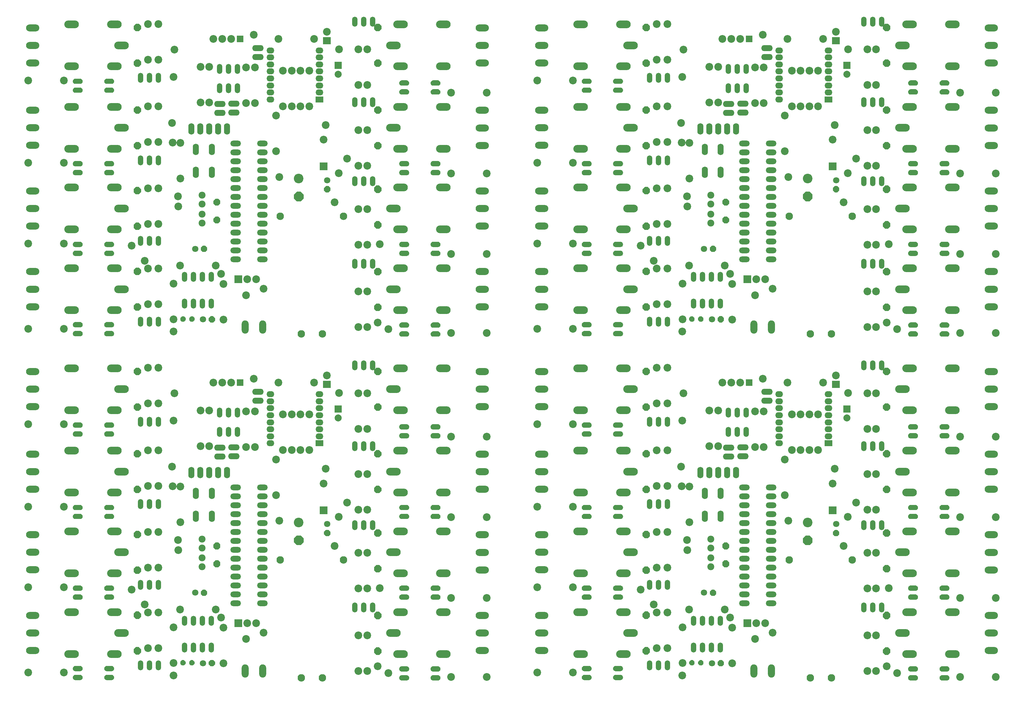
<source format=gbr>
G04 DipTrace 2.4.0.2*
%INTopMask.gbr*%
%MOIN*%
%ADD14C,0.0787*%
%ADD35R,0.0787X0.0787*%
%ADD54O,0.0784X0.1489*%
%ADD56O,0.1489X0.0784*%
%ADD58C,0.0839*%
%ADD60O,0.0866X0.0669*%
%ADD62R,0.0866X0.0669*%
%ADD64O,0.1199X0.0639*%
%ADD66R,0.0866X0.0866*%
%ADD67O,0.1639X0.0859*%
%ADD69O,0.0679X0.1279*%
%ADD71C,0.0866*%
%ADD72C,0.0709*%
%ADD73R,0.0748X0.0748*%
%ADD75O,0.1279X0.0679*%
%ADD77O,0.0599X0.1119*%
%ADD85C,0.1079*%
%ADD87C,0.0779*%
%ADD90R,0.0866X0.0787*%
%ADD92C,0.0866*%
%FSLAX44Y44*%
G04*
G70*
G90*
G75*
G01*
%LNTopMask*%
%LPD*%
D92*
X39803Y78701D3*
D90*
Y77701D3*
G36*
X39989Y60669D2*
X40197Y60877D1*
Y61170D1*
X39989Y61378D1*
X39696D1*
X39488Y61170D1*
Y60877D1*
X39696Y60669D1*
X39989D1*
G37*
D72*
X39843Y62024D3*
D87*
X25797Y59350D3*
Y60350D3*
D85*
X36654Y62205D3*
G36*
X36877Y59665D2*
X37193Y59981D1*
Y60428D1*
X36877Y60744D1*
X36430D1*
X36114Y60428D1*
Y59981D1*
X36430Y59665D1*
X36877D1*
G37*
D87*
X25797Y58225D3*
Y57225D3*
G36*
X23961Y46581D2*
X23785Y46756D1*
X23537D1*
X23362Y46581D1*
Y46333D1*
X23537Y46157D1*
X23785D1*
X23961Y46333D1*
Y46581D1*
G37*
G36*
X24961D2*
X24785Y46756D1*
X24537D1*
X24362Y46581D1*
Y46333D1*
X24537Y46157D1*
X24785D1*
X24961Y46333D1*
Y46581D1*
G37*
G36*
X26378Y54477D2*
X26170Y54685D1*
X25877D1*
X25669Y54477D1*
Y54184D1*
X25877Y53976D1*
X26170D1*
X26378Y54184D1*
Y54477D1*
G37*
D72*
X25024Y54331D3*
G36*
X27260Y46564D2*
X27052Y46772D1*
X26759D1*
X26551Y46564D1*
Y46271D1*
X26759Y46063D1*
X27052D1*
X27260Y46271D1*
Y46564D1*
G37*
D72*
X25906Y46417D3*
G36*
X18717Y74746D2*
X18963Y74992D1*
Y75339D1*
X18717Y75585D1*
X18370D1*
X18124Y75339D1*
Y74992D1*
X18370Y74746D1*
X18717D1*
G37*
G36*
Y78746D2*
X18963Y78992D1*
Y79339D1*
X18717Y79585D1*
X18370D1*
X18124Y79339D1*
Y78992D1*
X18370Y78746D1*
X18717D1*
G37*
G36*
Y65494D2*
X18963Y65740D1*
Y66087D1*
X18717Y66333D1*
X18370D1*
X18124Y66087D1*
Y65740D1*
X18370Y65494D1*
X18717D1*
G37*
G36*
Y69494D2*
X18963Y69740D1*
Y70087D1*
X18717Y70333D1*
X18370D1*
X18124Y70087D1*
Y69740D1*
X18370Y69494D1*
X18717D1*
G37*
G36*
Y56439D2*
X18963Y56685D1*
Y57032D1*
X18717Y57278D1*
X18370D1*
X18124Y57032D1*
Y56685D1*
X18370Y56439D1*
X18717D1*
G37*
G36*
Y60439D2*
X18963Y60685D1*
Y61032D1*
X18717Y61278D1*
X18370D1*
X18124Y61032D1*
Y60685D1*
X18370Y60439D1*
X18717D1*
G37*
G36*
Y47384D2*
X18963Y47629D1*
Y47977D1*
X18717Y48223D1*
X18370D1*
X18124Y47977D1*
Y47629D1*
X18370Y47384D1*
X18717D1*
G37*
G36*
Y51384D2*
X18963Y51629D1*
Y51977D1*
X18717Y52223D1*
X18370D1*
X18124Y51977D1*
Y51629D1*
X18370Y51384D1*
X18717D1*
G37*
G36*
X45338Y52191D2*
X45092Y51945D1*
Y51598D1*
X45338Y51352D1*
X45686D1*
X45931Y51598D1*
Y51945D1*
X45686Y52191D1*
X45338D1*
G37*
G36*
Y48191D2*
X45092Y47945D1*
Y47598D1*
X45338Y47352D1*
X45686D1*
X45931Y47598D1*
Y47945D1*
X45686Y48191D1*
X45338D1*
G37*
G36*
Y61443D2*
X45092Y61197D1*
Y60850D1*
X45338Y60604D1*
X45686D1*
X45931Y60850D1*
Y61197D1*
X45686Y61443D1*
X45338D1*
G37*
G36*
Y57443D2*
X45092Y57197D1*
Y56850D1*
X45338Y56604D1*
X45686D1*
X45931Y56850D1*
Y57197D1*
X45686Y57443D1*
X45338D1*
G37*
G36*
Y70333D2*
X45092Y70087D1*
Y69740D1*
X45338Y69494D1*
X45686D1*
X45931Y69740D1*
Y70087D1*
X45686Y70333D1*
X45338D1*
G37*
G36*
Y66333D2*
X45092Y66087D1*
Y65740D1*
X45338Y65494D1*
X45686D1*
X45931Y65740D1*
Y66087D1*
X45686Y66333D1*
X45338D1*
G37*
G36*
Y79585D2*
X45092Y79339D1*
Y78992D1*
X45338Y78746D1*
X45686D1*
X45931Y78992D1*
Y79339D1*
X45686Y79585D1*
X45338D1*
G37*
G36*
Y75585D2*
X45092Y75339D1*
Y74992D1*
X45338Y74746D1*
X45686D1*
X45931Y74992D1*
Y75339D1*
X45686Y75585D1*
X45338D1*
G37*
D14*
X41063Y73921D3*
D35*
Y74921D3*
D77*
X26850Y51181D3*
X25850D3*
Y48181D3*
X26850D3*
X24850Y51181D3*
X23850D3*
X24850Y48181D3*
X23850D3*
D75*
X29370Y70630D3*
Y69630D3*
D73*
X30086Y77904D3*
D71*
X29086D3*
X28086D3*
X27086D3*
D75*
X32080Y75859D3*
Y76859D3*
X27795Y70591D3*
Y69591D3*
D69*
X28622Y67795D3*
X27622D3*
X26622D3*
X25622D3*
X24622D3*
D67*
X16781Y77165D3*
X15981Y79515D3*
Y74815D3*
X11181D3*
Y79515D3*
X16781Y67913D3*
X15981Y70263D3*
Y65563D3*
X11181D3*
Y70263D3*
X16781Y58858D3*
X15981Y61208D3*
Y56508D3*
X11181D3*
Y61208D3*
X16781Y49803D3*
X15981Y52153D3*
Y47453D3*
X11181D3*
Y52153D3*
X47274Y49803D3*
X48074Y47453D3*
Y52153D3*
X52874D3*
Y47453D3*
X47274Y58858D3*
X48074Y56508D3*
Y61208D3*
X52874D3*
Y56508D3*
X47274Y67913D3*
X48074Y65563D3*
Y70263D3*
X52874D3*
Y65563D3*
X47274Y77165D3*
X48074Y74815D3*
Y79515D3*
X52874D3*
Y74815D3*
D66*
X39449Y63583D3*
D71*
Y66575D3*
G36*
X11303Y73114D2*
X11311Y73068D1*
X11325Y73023D1*
X11347Y72981D1*
X11374Y72943D1*
X11408Y72910D1*
X11446Y72882D1*
X11487Y72861D1*
X11532Y72847D1*
X11579Y72839D1*
X12146D1*
X12192Y72847D1*
X12237Y72861D1*
X12279Y72882D1*
X12317Y72910D1*
X12350Y72943D1*
X12377Y72981D1*
X12399Y73023D1*
X12413Y73068D1*
X12421Y73114D1*
Y73161D1*
X12413Y73208D1*
X12399Y73252D1*
X12377Y73294D1*
X12350Y73332D1*
X12317Y73366D1*
X12279Y73393D1*
X12237Y73414D1*
X12192Y73429D1*
X12146Y73436D1*
X11579D1*
X11532Y73429D1*
X11487Y73414D1*
X11446Y73393D1*
X11408Y73366D1*
X11374Y73332D1*
X11347Y73294D1*
X11325Y73252D1*
X11311Y73208D1*
X11303Y73161D1*
Y73114D1*
G37*
G36*
Y72114D2*
X11311Y72068D1*
X11325Y72023D1*
X11347Y71981D1*
X11374Y71943D1*
X11408Y71910D1*
X11446Y71882D1*
X11487Y71861D1*
X11532Y71847D1*
X11579Y71839D1*
X12146D1*
X12192Y71847D1*
X12237Y71861D1*
X12279Y71882D1*
X12317Y71910D1*
X12350Y71943D1*
X12377Y71981D1*
X12399Y72023D1*
X12413Y72068D1*
X12421Y72114D1*
Y72161D1*
X12413Y72208D1*
X12399Y72252D1*
X12377Y72294D1*
X12350Y72332D1*
X12317Y72366D1*
X12279Y72393D1*
X12237Y72414D1*
X12192Y72429D1*
X12146Y72436D1*
X11579D1*
X11532Y72429D1*
X11487Y72414D1*
X11446Y72393D1*
X11408Y72366D1*
X11374Y72332D1*
X11347Y72294D1*
X11325Y72252D1*
X11311Y72208D1*
X11303Y72161D1*
Y72114D1*
G37*
G36*
X15941Y72161D2*
X15933Y72208D1*
X15919Y72252D1*
X15897Y72294D1*
X15870Y72332D1*
X15837Y72366D1*
X15799Y72393D1*
X15757Y72414D1*
X15712Y72429D1*
X15666Y72436D1*
X15099D1*
X15052Y72429D1*
X15007Y72414D1*
X14966Y72393D1*
X14928Y72366D1*
X14894Y72332D1*
X14867Y72294D1*
X14845Y72252D1*
X14831Y72208D1*
X14823Y72161D1*
Y72114D1*
X14831Y72068D1*
X14845Y72023D1*
X14867Y71981D1*
X14894Y71943D1*
X14928Y71910D1*
X14966Y71882D1*
X15007Y71861D1*
X15052Y71847D1*
X15099Y71839D1*
X15666D1*
X15712Y71847D1*
X15757Y71861D1*
X15799Y71882D1*
X15837Y71910D1*
X15870Y71943D1*
X15897Y71981D1*
X15919Y72023D1*
X15933Y72068D1*
X15941Y72114D1*
Y72161D1*
G37*
G36*
Y73161D2*
X15933Y73208D1*
X15919Y73252D1*
X15897Y73294D1*
X15870Y73332D1*
X15837Y73366D1*
X15799Y73393D1*
X15757Y73414D1*
X15712Y73429D1*
X15666Y73436D1*
X15099D1*
X15052Y73429D1*
X15007Y73414D1*
X14966Y73393D1*
X14928Y73366D1*
X14894Y73332D1*
X14867Y73294D1*
X14845Y73252D1*
X14831Y73208D1*
X14823Y73161D1*
Y73114D1*
X14831Y73068D1*
X14845Y73023D1*
X14867Y72981D1*
X14894Y72943D1*
X14928Y72910D1*
X14966Y72882D1*
X15007Y72861D1*
X15052Y72847D1*
X15099Y72839D1*
X15666D1*
X15712Y72847D1*
X15757Y72861D1*
X15799Y72882D1*
X15837Y72910D1*
X15870Y72943D1*
X15897Y72981D1*
X15919Y73023D1*
X15933Y73068D1*
X15941Y73114D1*
Y73161D1*
G37*
G36*
X11303Y63862D2*
X11311Y63816D1*
X11325Y63771D1*
X11347Y63729D1*
X11374Y63691D1*
X11408Y63658D1*
X11446Y63630D1*
X11487Y63609D1*
X11532Y63595D1*
X11579Y63587D1*
X12146D1*
X12192Y63595D1*
X12237Y63609D1*
X12279Y63630D1*
X12317Y63658D1*
X12350Y63691D1*
X12377Y63729D1*
X12399Y63771D1*
X12413Y63816D1*
X12421Y63862D1*
Y63909D1*
X12413Y63956D1*
X12399Y64000D1*
X12377Y64042D1*
X12350Y64080D1*
X12317Y64114D1*
X12279Y64141D1*
X12237Y64163D1*
X12192Y64177D1*
X12146Y64184D1*
X11579D1*
X11532Y64177D1*
X11487Y64163D1*
X11446Y64141D1*
X11408Y64114D1*
X11374Y64080D1*
X11347Y64042D1*
X11325Y64000D1*
X11311Y63956D1*
X11303Y63909D1*
Y63862D1*
G37*
G36*
Y62862D2*
X11311Y62816D1*
X11325Y62771D1*
X11347Y62729D1*
X11374Y62691D1*
X11408Y62658D1*
X11446Y62630D1*
X11487Y62609D1*
X11532Y62595D1*
X11579Y62587D1*
X12146D1*
X12192Y62595D1*
X12237Y62609D1*
X12279Y62630D1*
X12317Y62658D1*
X12350Y62691D1*
X12377Y62729D1*
X12399Y62771D1*
X12413Y62816D1*
X12421Y62862D1*
Y62909D1*
X12413Y62956D1*
X12399Y63000D1*
X12377Y63042D1*
X12350Y63080D1*
X12317Y63114D1*
X12279Y63141D1*
X12237Y63163D1*
X12192Y63177D1*
X12146Y63184D1*
X11579D1*
X11532Y63177D1*
X11487Y63163D1*
X11446Y63141D1*
X11408Y63114D1*
X11374Y63080D1*
X11347Y63042D1*
X11325Y63000D1*
X11311Y62956D1*
X11303Y62909D1*
Y62862D1*
G37*
G36*
X15941Y62909D2*
X15933Y62956D1*
X15919Y63000D1*
X15897Y63042D1*
X15870Y63080D1*
X15837Y63114D1*
X15799Y63141D1*
X15757Y63163D1*
X15712Y63177D1*
X15666Y63184D1*
X15099D1*
X15052Y63177D1*
X15007Y63163D1*
X14966Y63141D1*
X14928Y63114D1*
X14894Y63080D1*
X14867Y63042D1*
X14845Y63000D1*
X14831Y62956D1*
X14823Y62909D1*
Y62862D1*
X14831Y62816D1*
X14845Y62771D1*
X14867Y62729D1*
X14894Y62691D1*
X14928Y62658D1*
X14966Y62630D1*
X15007Y62609D1*
X15052Y62595D1*
X15099Y62587D1*
X15666D1*
X15712Y62595D1*
X15757Y62609D1*
X15799Y62630D1*
X15837Y62658D1*
X15870Y62691D1*
X15897Y62729D1*
X15919Y62771D1*
X15933Y62816D1*
X15941Y62862D1*
Y62909D1*
G37*
G36*
Y63909D2*
X15933Y63956D1*
X15919Y64000D1*
X15897Y64042D1*
X15870Y64080D1*
X15837Y64114D1*
X15799Y64141D1*
X15757Y64163D1*
X15712Y64177D1*
X15666Y64184D1*
X15099D1*
X15052Y64177D1*
X15007Y64163D1*
X14966Y64141D1*
X14928Y64114D1*
X14894Y64080D1*
X14867Y64042D1*
X14845Y64000D1*
X14831Y63956D1*
X14823Y63909D1*
Y63862D1*
X14831Y63816D1*
X14845Y63771D1*
X14867Y63729D1*
X14894Y63691D1*
X14928Y63658D1*
X14966Y63630D1*
X15007Y63609D1*
X15052Y63595D1*
X15099Y63587D1*
X15666D1*
X15712Y63595D1*
X15757Y63609D1*
X15799Y63630D1*
X15837Y63658D1*
X15870Y63691D1*
X15897Y63729D1*
X15919Y63771D1*
X15933Y63816D1*
X15941Y63862D1*
Y63909D1*
G37*
G36*
X11303Y54807D2*
X11311Y54761D1*
X11325Y54716D1*
X11347Y54674D1*
X11374Y54636D1*
X11408Y54603D1*
X11446Y54575D1*
X11487Y54554D1*
X11532Y54539D1*
X11579Y54532D1*
X12146D1*
X12192Y54539D1*
X12237Y54554D1*
X12279Y54575D1*
X12317Y54603D1*
X12350Y54636D1*
X12377Y54674D1*
X12399Y54716D1*
X12413Y54761D1*
X12421Y54807D1*
Y54854D1*
X12413Y54901D1*
X12399Y54945D1*
X12377Y54987D1*
X12350Y55025D1*
X12317Y55058D1*
X12279Y55086D1*
X12237Y55107D1*
X12192Y55122D1*
X12146Y55129D1*
X11579D1*
X11532Y55122D1*
X11487Y55107D1*
X11446Y55086D1*
X11408Y55058D1*
X11374Y55025D1*
X11347Y54987D1*
X11325Y54945D1*
X11311Y54901D1*
X11303Y54854D1*
Y54807D1*
G37*
G36*
Y53807D2*
X11311Y53761D1*
X11325Y53716D1*
X11347Y53674D1*
X11374Y53636D1*
X11408Y53603D1*
X11446Y53575D1*
X11487Y53554D1*
X11532Y53539D1*
X11579Y53532D1*
X12146D1*
X12192Y53539D1*
X12237Y53554D1*
X12279Y53575D1*
X12317Y53603D1*
X12350Y53636D1*
X12377Y53674D1*
X12399Y53716D1*
X12413Y53761D1*
X12421Y53807D1*
Y53854D1*
X12413Y53901D1*
X12399Y53945D1*
X12377Y53987D1*
X12350Y54025D1*
X12317Y54058D1*
X12279Y54086D1*
X12237Y54107D1*
X12192Y54122D1*
X12146Y54129D1*
X11579D1*
X11532Y54122D1*
X11487Y54107D1*
X11446Y54086D1*
X11408Y54058D1*
X11374Y54025D1*
X11347Y53987D1*
X11325Y53945D1*
X11311Y53901D1*
X11303Y53854D1*
Y53807D1*
G37*
G36*
X15941Y53854D2*
X15933Y53901D1*
X15919Y53945D1*
X15897Y53987D1*
X15870Y54025D1*
X15837Y54058D1*
X15799Y54086D1*
X15757Y54107D1*
X15712Y54122D1*
X15666Y54129D1*
X15099D1*
X15052Y54122D1*
X15007Y54107D1*
X14966Y54086D1*
X14928Y54058D1*
X14894Y54025D1*
X14867Y53987D1*
X14845Y53945D1*
X14831Y53901D1*
X14823Y53854D1*
Y53807D1*
X14831Y53761D1*
X14845Y53716D1*
X14867Y53674D1*
X14894Y53636D1*
X14928Y53603D1*
X14966Y53575D1*
X15007Y53554D1*
X15052Y53539D1*
X15099Y53532D1*
X15666D1*
X15712Y53539D1*
X15757Y53554D1*
X15799Y53575D1*
X15837Y53603D1*
X15870Y53636D1*
X15897Y53674D1*
X15919Y53716D1*
X15933Y53761D1*
X15941Y53807D1*
Y53854D1*
G37*
G36*
Y54854D2*
X15933Y54901D1*
X15919Y54945D1*
X15897Y54987D1*
X15870Y55025D1*
X15837Y55058D1*
X15799Y55086D1*
X15757Y55107D1*
X15712Y55122D1*
X15666Y55129D1*
X15099D1*
X15052Y55122D1*
X15007Y55107D1*
X14966Y55086D1*
X14928Y55058D1*
X14894Y55025D1*
X14867Y54987D1*
X14845Y54945D1*
X14831Y54901D1*
X14823Y54854D1*
Y54807D1*
X14831Y54761D1*
X14845Y54716D1*
X14867Y54674D1*
X14894Y54636D1*
X14928Y54603D1*
X14966Y54575D1*
X15007Y54554D1*
X15052Y54539D1*
X15099Y54532D1*
X15666D1*
X15712Y54539D1*
X15757Y54554D1*
X15799Y54575D1*
X15837Y54603D1*
X15870Y54636D1*
X15897Y54674D1*
X15919Y54716D1*
X15933Y54761D1*
X15941Y54807D1*
Y54854D1*
G37*
G36*
X11303Y45791D2*
X11311Y45745D1*
X11325Y45700D1*
X11347Y45658D1*
X11374Y45620D1*
X11408Y45587D1*
X11446Y45560D1*
X11487Y45538D1*
X11532Y45524D1*
X11579Y45516D1*
X12146D1*
X12192Y45524D1*
X12237Y45538D1*
X12279Y45560D1*
X12317Y45587D1*
X12350Y45620D1*
X12377Y45658D1*
X12399Y45700D1*
X12413Y45745D1*
X12421Y45791D1*
Y45838D1*
X12413Y45885D1*
X12399Y45930D1*
X12377Y45971D1*
X12350Y46009D1*
X12317Y46043D1*
X12279Y46070D1*
X12237Y46092D1*
X12192Y46106D1*
X12146Y46114D1*
X11579D1*
X11532Y46106D1*
X11487Y46092D1*
X11446Y46070D1*
X11408Y46043D1*
X11374Y46009D1*
X11347Y45971D1*
X11325Y45930D1*
X11311Y45885D1*
X11303Y45838D1*
Y45791D1*
G37*
G36*
Y44791D2*
X11311Y44745D1*
X11325Y44700D1*
X11347Y44658D1*
X11374Y44620D1*
X11408Y44587D1*
X11446Y44560D1*
X11487Y44538D1*
X11532Y44524D1*
X11579Y44516D1*
X12146D1*
X12192Y44524D1*
X12237Y44538D1*
X12279Y44560D1*
X12317Y44587D1*
X12350Y44620D1*
X12377Y44658D1*
X12399Y44700D1*
X12413Y44745D1*
X12421Y44791D1*
Y44838D1*
X12413Y44885D1*
X12399Y44930D1*
X12377Y44971D1*
X12350Y45009D1*
X12317Y45043D1*
X12279Y45070D1*
X12237Y45092D1*
X12192Y45106D1*
X12146Y45114D1*
X11579D1*
X11532Y45106D1*
X11487Y45092D1*
X11446Y45070D1*
X11408Y45043D1*
X11374Y45009D1*
X11347Y44971D1*
X11325Y44930D1*
X11311Y44885D1*
X11303Y44838D1*
Y44791D1*
G37*
G36*
X15941Y44838D2*
X15933Y44885D1*
X15919Y44930D1*
X15897Y44971D1*
X15870Y45009D1*
X15837Y45043D1*
X15799Y45070D1*
X15757Y45092D1*
X15712Y45106D1*
X15666Y45114D1*
X15099D1*
X15052Y45106D1*
X15007Y45092D1*
X14966Y45070D1*
X14928Y45043D1*
X14894Y45009D1*
X14867Y44971D1*
X14845Y44930D1*
X14831Y44885D1*
X14823Y44838D1*
Y44791D1*
X14831Y44745D1*
X14845Y44700D1*
X14867Y44658D1*
X14894Y44620D1*
X14928Y44587D1*
X14966Y44560D1*
X15007Y44538D1*
X15052Y44524D1*
X15099Y44516D1*
X15666D1*
X15712Y44524D1*
X15757Y44538D1*
X15799Y44560D1*
X15837Y44587D1*
X15870Y44620D1*
X15897Y44658D1*
X15919Y44700D1*
X15933Y44745D1*
X15941Y44791D1*
Y44838D1*
G37*
G36*
Y45838D2*
X15933Y45885D1*
X15919Y45930D1*
X15897Y45971D1*
X15870Y46009D1*
X15837Y46043D1*
X15799Y46070D1*
X15757Y46092D1*
X15712Y46106D1*
X15666Y46114D1*
X15099D1*
X15052Y46106D1*
X15007Y46092D1*
X14966Y46070D1*
X14928Y46043D1*
X14894Y46009D1*
X14867Y45971D1*
X14845Y45930D1*
X14831Y45885D1*
X14823Y45838D1*
Y45791D1*
X14831Y45745D1*
X14845Y45700D1*
X14867Y45658D1*
X14894Y45620D1*
X14928Y45587D1*
X14966Y45560D1*
X15007Y45538D1*
X15052Y45524D1*
X15099Y45516D1*
X15666D1*
X15712Y45524D1*
X15757Y45538D1*
X15799Y45560D1*
X15837Y45587D1*
X15870Y45620D1*
X15897Y45658D1*
X15919Y45700D1*
X15933Y45745D1*
X15941Y45791D1*
Y45838D1*
G37*
G36*
X52555Y44799D2*
X52547Y44846D1*
X52533Y44890D1*
X52512Y44932D1*
X52484Y44970D1*
X52451Y45003D1*
X52413Y45031D1*
X52371Y45052D1*
X52326Y45067D1*
X52280Y45074D1*
X51713D1*
X51666Y45067D1*
X51622Y45052D1*
X51580Y45031D1*
X51542Y45003D1*
X51508Y44970D1*
X51481Y44932D1*
X51460Y44890D1*
X51445Y44846D1*
X51438Y44799D1*
Y44752D1*
X51445Y44706D1*
X51460Y44661D1*
X51481Y44619D1*
X51508Y44581D1*
X51542Y44548D1*
X51580Y44520D1*
X51622Y44499D1*
X51666Y44484D1*
X51713Y44477D1*
X52280D1*
X52326Y44484D1*
X52371Y44499D1*
X52413Y44520D1*
X52451Y44548D1*
X52484Y44581D1*
X52512Y44619D1*
X52533Y44661D1*
X52547Y44706D1*
X52555Y44752D1*
Y44799D1*
G37*
G36*
Y45799D2*
X52547Y45846D1*
X52533Y45890D1*
X52512Y45932D1*
X52484Y45970D1*
X52451Y46003D1*
X52413Y46031D1*
X52371Y46052D1*
X52326Y46067D1*
X52280Y46074D1*
X51713D1*
X51666Y46067D1*
X51622Y46052D1*
X51580Y46031D1*
X51542Y46003D1*
X51508Y45970D1*
X51481Y45932D1*
X51460Y45890D1*
X51445Y45846D1*
X51438Y45799D1*
Y45752D1*
X51445Y45706D1*
X51460Y45661D1*
X51481Y45619D1*
X51508Y45581D1*
X51542Y45548D1*
X51580Y45520D1*
X51622Y45499D1*
X51666Y45484D1*
X51713Y45477D1*
X52280D1*
X52326Y45484D1*
X52371Y45499D1*
X52413Y45520D1*
X52451Y45548D1*
X52484Y45581D1*
X52512Y45619D1*
X52533Y45661D1*
X52547Y45706D1*
X52555Y45752D1*
Y45799D1*
G37*
G36*
X47918Y45752D2*
X47925Y45706D1*
X47940Y45661D1*
X47961Y45619D1*
X47988Y45581D1*
X48022Y45548D1*
X48060Y45520D1*
X48102Y45499D1*
X48146Y45484D1*
X48193Y45477D1*
X48760D1*
X48806Y45484D1*
X48851Y45499D1*
X48893Y45520D1*
X48931Y45548D1*
X48964Y45581D1*
X48992Y45619D1*
X49013Y45661D1*
X49027Y45706D1*
X49035Y45752D1*
Y45799D1*
X49027Y45846D1*
X49013Y45890D1*
X48992Y45932D1*
X48964Y45970D1*
X48931Y46003D1*
X48893Y46031D1*
X48851Y46052D1*
X48806Y46067D1*
X48760Y46074D1*
X48193D1*
X48146Y46067D1*
X48102Y46052D1*
X48060Y46031D1*
X48022Y46003D1*
X47988Y45970D1*
X47961Y45932D1*
X47940Y45890D1*
X47925Y45846D1*
X47918Y45799D1*
Y45752D1*
G37*
G36*
Y44752D2*
X47925Y44706D1*
X47940Y44661D1*
X47961Y44619D1*
X47988Y44581D1*
X48022Y44548D1*
X48060Y44520D1*
X48102Y44499D1*
X48146Y44484D1*
X48193Y44477D1*
X48760D1*
X48806Y44484D1*
X48851Y44499D1*
X48893Y44520D1*
X48931Y44548D1*
X48964Y44581D1*
X48992Y44619D1*
X49013Y44661D1*
X49027Y44706D1*
X49035Y44752D1*
Y44799D1*
X49027Y44846D1*
X49013Y44890D1*
X48992Y44932D1*
X48964Y44970D1*
X48931Y45003D1*
X48893Y45031D1*
X48851Y45052D1*
X48806Y45067D1*
X48760Y45074D1*
X48193D1*
X48146Y45067D1*
X48102Y45052D1*
X48060Y45031D1*
X48022Y45003D1*
X47988Y44970D1*
X47961Y44932D1*
X47940Y44890D1*
X47925Y44846D1*
X47918Y44799D1*
Y44752D1*
G37*
G36*
X52555Y53854D2*
X52547Y53901D1*
X52533Y53945D1*
X52512Y53987D1*
X52484Y54025D1*
X52451Y54058D1*
X52413Y54086D1*
X52371Y54107D1*
X52326Y54122D1*
X52280Y54129D1*
X51713D1*
X51666Y54122D1*
X51622Y54107D1*
X51580Y54086D1*
X51542Y54058D1*
X51508Y54025D1*
X51481Y53987D1*
X51460Y53945D1*
X51445Y53901D1*
X51438Y53854D1*
Y53807D1*
X51445Y53761D1*
X51460Y53716D1*
X51481Y53674D1*
X51508Y53636D1*
X51542Y53603D1*
X51580Y53575D1*
X51622Y53554D1*
X51666Y53539D1*
X51713Y53532D1*
X52280D1*
X52326Y53539D1*
X52371Y53554D1*
X52413Y53575D1*
X52451Y53603D1*
X52484Y53636D1*
X52512Y53674D1*
X52533Y53716D1*
X52547Y53761D1*
X52555Y53807D1*
Y53854D1*
G37*
G36*
Y54854D2*
X52547Y54901D1*
X52533Y54945D1*
X52512Y54987D1*
X52484Y55025D1*
X52451Y55058D1*
X52413Y55086D1*
X52371Y55107D1*
X52326Y55122D1*
X52280Y55129D1*
X51713D1*
X51666Y55122D1*
X51622Y55107D1*
X51580Y55086D1*
X51542Y55058D1*
X51508Y55025D1*
X51481Y54987D1*
X51460Y54945D1*
X51445Y54901D1*
X51438Y54854D1*
Y54807D1*
X51445Y54761D1*
X51460Y54716D1*
X51481Y54674D1*
X51508Y54636D1*
X51542Y54603D1*
X51580Y54575D1*
X51622Y54554D1*
X51666Y54539D1*
X51713Y54532D1*
X52280D1*
X52326Y54539D1*
X52371Y54554D1*
X52413Y54575D1*
X52451Y54603D1*
X52484Y54636D1*
X52512Y54674D1*
X52533Y54716D1*
X52547Y54761D1*
X52555Y54807D1*
Y54854D1*
G37*
G36*
X47918Y54807D2*
X47925Y54761D1*
X47940Y54716D1*
X47961Y54674D1*
X47988Y54636D1*
X48022Y54603D1*
X48060Y54575D1*
X48102Y54554D1*
X48146Y54539D1*
X48193Y54532D1*
X48760D1*
X48806Y54539D1*
X48851Y54554D1*
X48893Y54575D1*
X48931Y54603D1*
X48964Y54636D1*
X48992Y54674D1*
X49013Y54716D1*
X49027Y54761D1*
X49035Y54807D1*
Y54854D1*
X49027Y54901D1*
X49013Y54945D1*
X48992Y54987D1*
X48964Y55025D1*
X48931Y55058D1*
X48893Y55086D1*
X48851Y55107D1*
X48806Y55122D1*
X48760Y55129D1*
X48193D1*
X48146Y55122D1*
X48102Y55107D1*
X48060Y55086D1*
X48022Y55058D1*
X47988Y55025D1*
X47961Y54987D1*
X47940Y54945D1*
X47925Y54901D1*
X47918Y54854D1*
Y54807D1*
G37*
G36*
Y53807D2*
X47925Y53761D1*
X47940Y53716D1*
X47961Y53674D1*
X47988Y53636D1*
X48022Y53603D1*
X48060Y53575D1*
X48102Y53554D1*
X48146Y53539D1*
X48193Y53532D1*
X48760D1*
X48806Y53539D1*
X48851Y53554D1*
X48893Y53575D1*
X48931Y53603D1*
X48964Y53636D1*
X48992Y53674D1*
X49013Y53716D1*
X49027Y53761D1*
X49035Y53807D1*
Y53854D1*
X49027Y53901D1*
X49013Y53945D1*
X48992Y53987D1*
X48964Y54025D1*
X48931Y54058D1*
X48893Y54086D1*
X48851Y54107D1*
X48806Y54122D1*
X48760Y54129D1*
X48193D1*
X48146Y54122D1*
X48102Y54107D1*
X48060Y54086D1*
X48022Y54058D1*
X47988Y54025D1*
X47961Y53987D1*
X47940Y53945D1*
X47925Y53901D1*
X47918Y53854D1*
Y53807D1*
G37*
G36*
X52555Y62909D2*
X52547Y62956D1*
X52533Y63000D1*
X52512Y63042D1*
X52484Y63080D1*
X52451Y63114D1*
X52413Y63141D1*
X52371Y63163D1*
X52326Y63177D1*
X52280Y63184D1*
X51713D1*
X51666Y63177D1*
X51622Y63163D1*
X51580Y63141D1*
X51542Y63114D1*
X51508Y63080D1*
X51481Y63042D1*
X51460Y63000D1*
X51445Y62956D1*
X51438Y62909D1*
Y62862D1*
X51445Y62816D1*
X51460Y62771D1*
X51481Y62729D1*
X51508Y62691D1*
X51542Y62658D1*
X51580Y62630D1*
X51622Y62609D1*
X51666Y62595D1*
X51713Y62587D1*
X52280D1*
X52326Y62595D1*
X52371Y62609D1*
X52413Y62630D1*
X52451Y62658D1*
X52484Y62691D1*
X52512Y62729D1*
X52533Y62771D1*
X52547Y62816D1*
X52555Y62862D1*
Y62909D1*
G37*
G36*
Y63909D2*
X52547Y63956D1*
X52533Y64000D1*
X52512Y64042D1*
X52484Y64080D1*
X52451Y64114D1*
X52413Y64141D1*
X52371Y64163D1*
X52326Y64177D1*
X52280Y64184D1*
X51713D1*
X51666Y64177D1*
X51622Y64163D1*
X51580Y64141D1*
X51542Y64114D1*
X51508Y64080D1*
X51481Y64042D1*
X51460Y64000D1*
X51445Y63956D1*
X51438Y63909D1*
Y63862D1*
X51445Y63816D1*
X51460Y63771D1*
X51481Y63729D1*
X51508Y63691D1*
X51542Y63658D1*
X51580Y63630D1*
X51622Y63609D1*
X51666Y63595D1*
X51713Y63587D1*
X52280D1*
X52326Y63595D1*
X52371Y63609D1*
X52413Y63630D1*
X52451Y63658D1*
X52484Y63691D1*
X52512Y63729D1*
X52533Y63771D1*
X52547Y63816D1*
X52555Y63862D1*
Y63909D1*
G37*
G36*
X47918Y63862D2*
X47925Y63816D1*
X47940Y63771D1*
X47961Y63729D1*
X47988Y63691D1*
X48022Y63658D1*
X48060Y63630D1*
X48102Y63609D1*
X48146Y63595D1*
X48193Y63587D1*
X48760D1*
X48806Y63595D1*
X48851Y63609D1*
X48893Y63630D1*
X48931Y63658D1*
X48964Y63691D1*
X48992Y63729D1*
X49013Y63771D1*
X49027Y63816D1*
X49035Y63862D1*
Y63909D1*
X49027Y63956D1*
X49013Y64000D1*
X48992Y64042D1*
X48964Y64080D1*
X48931Y64114D1*
X48893Y64141D1*
X48851Y64163D1*
X48806Y64177D1*
X48760Y64184D1*
X48193D1*
X48146Y64177D1*
X48102Y64163D1*
X48060Y64141D1*
X48022Y64114D1*
X47988Y64080D1*
X47961Y64042D1*
X47940Y64000D1*
X47925Y63956D1*
X47918Y63909D1*
Y63862D1*
G37*
G36*
Y62862D2*
X47925Y62816D1*
X47940Y62771D1*
X47961Y62729D1*
X47988Y62691D1*
X48022Y62658D1*
X48060Y62630D1*
X48102Y62609D1*
X48146Y62595D1*
X48193Y62587D1*
X48760D1*
X48806Y62595D1*
X48851Y62609D1*
X48893Y62630D1*
X48931Y62658D1*
X48964Y62691D1*
X48992Y62729D1*
X49013Y62771D1*
X49027Y62816D1*
X49035Y62862D1*
Y62909D1*
X49027Y62956D1*
X49013Y63000D1*
X48992Y63042D1*
X48964Y63080D1*
X48931Y63114D1*
X48893Y63141D1*
X48851Y63163D1*
X48806Y63177D1*
X48760Y63184D1*
X48193D1*
X48146Y63177D1*
X48102Y63163D1*
X48060Y63141D1*
X48022Y63114D1*
X47988Y63080D1*
X47961Y63042D1*
X47940Y63000D1*
X47925Y62956D1*
X47918Y62909D1*
Y62862D1*
G37*
G36*
X52555Y71964D2*
X52547Y72011D1*
X52533Y72056D1*
X52512Y72097D1*
X52484Y72135D1*
X52451Y72169D1*
X52413Y72196D1*
X52371Y72218D1*
X52326Y72232D1*
X52280Y72240D1*
X51713D1*
X51666Y72232D1*
X51622Y72218D1*
X51580Y72196D1*
X51542Y72169D1*
X51508Y72135D1*
X51481Y72097D1*
X51460Y72056D1*
X51445Y72011D1*
X51438Y71964D1*
Y71917D1*
X51445Y71871D1*
X51460Y71826D1*
X51481Y71784D1*
X51508Y71746D1*
X51542Y71713D1*
X51580Y71686D1*
X51622Y71664D1*
X51666Y71650D1*
X51713Y71642D1*
X52280D1*
X52326Y71650D1*
X52371Y71664D1*
X52413Y71686D1*
X52451Y71713D1*
X52484Y71746D1*
X52512Y71784D1*
X52533Y71826D1*
X52547Y71871D1*
X52555Y71917D1*
Y71964D1*
G37*
G36*
Y72964D2*
X52547Y73011D1*
X52533Y73056D1*
X52512Y73097D1*
X52484Y73135D1*
X52451Y73169D1*
X52413Y73196D1*
X52371Y73218D1*
X52326Y73232D1*
X52280Y73240D1*
X51713D1*
X51666Y73232D1*
X51622Y73218D1*
X51580Y73196D1*
X51542Y73169D1*
X51508Y73135D1*
X51481Y73097D1*
X51460Y73056D1*
X51445Y73011D1*
X51438Y72964D1*
Y72917D1*
X51445Y72871D1*
X51460Y72826D1*
X51481Y72784D1*
X51508Y72746D1*
X51542Y72713D1*
X51580Y72686D1*
X51622Y72664D1*
X51666Y72650D1*
X51713Y72642D1*
X52280D1*
X52326Y72650D1*
X52371Y72664D1*
X52413Y72686D1*
X52451Y72713D1*
X52484Y72746D1*
X52512Y72784D1*
X52533Y72826D1*
X52547Y72871D1*
X52555Y72917D1*
Y72964D1*
G37*
G36*
X47918Y72917D2*
X47925Y72871D1*
X47940Y72826D1*
X47961Y72784D1*
X47988Y72746D1*
X48022Y72713D1*
X48060Y72686D1*
X48102Y72664D1*
X48146Y72650D1*
X48193Y72642D1*
X48760D1*
X48806Y72650D1*
X48851Y72664D1*
X48893Y72686D1*
X48931Y72713D1*
X48964Y72746D1*
X48992Y72784D1*
X49013Y72826D1*
X49027Y72871D1*
X49035Y72917D1*
Y72964D1*
X49027Y73011D1*
X49013Y73056D1*
X48992Y73097D1*
X48964Y73135D1*
X48931Y73169D1*
X48893Y73196D1*
X48851Y73218D1*
X48806Y73232D1*
X48760Y73240D1*
X48193D1*
X48146Y73232D1*
X48102Y73218D1*
X48060Y73196D1*
X48022Y73169D1*
X47988Y73135D1*
X47961Y73097D1*
X47940Y73056D1*
X47925Y73011D1*
X47918Y72964D1*
Y72917D1*
G37*
G36*
Y71917D2*
X47925Y71871D1*
X47940Y71826D1*
X47961Y71784D1*
X47988Y71746D1*
X48022Y71713D1*
X48060Y71686D1*
X48102Y71664D1*
X48146Y71650D1*
X48193Y71642D1*
X48760D1*
X48806Y71650D1*
X48851Y71664D1*
X48893Y71686D1*
X48931Y71713D1*
X48964Y71746D1*
X48992Y71784D1*
X49013Y71826D1*
X49027Y71871D1*
X49035Y71917D1*
Y71964D1*
X49027Y72011D1*
X49013Y72056D1*
X48992Y72097D1*
X48964Y72135D1*
X48931Y72169D1*
X48893Y72196D1*
X48851Y72218D1*
X48806Y72232D1*
X48760Y72240D1*
X48193D1*
X48146Y72232D1*
X48102Y72218D1*
X48060Y72196D1*
X48022Y72169D1*
X47988Y72135D1*
X47961Y72097D1*
X47940Y72056D1*
X47925Y72011D1*
X47918Y71964D1*
Y71917D1*
G37*
G36*
X27072Y57413D2*
X27300Y57185D1*
X27623D1*
X27851Y57413D1*
Y57736D1*
X27623Y57964D1*
X27300D1*
X27072Y57736D1*
Y57413D1*
G37*
G36*
Y59413D2*
X27300Y59185D1*
X27623D1*
X27851Y59413D1*
Y59736D1*
X27623Y59964D1*
X27300D1*
X27072Y59736D1*
Y59413D1*
G37*
D77*
X18921Y73516D3*
X20921D3*
X19921D3*
X18921Y64264D3*
X20921D3*
X19921D3*
X18921Y55209D3*
X20921D3*
X19921D3*
X18921Y46154D3*
X20921D3*
X19921D3*
X44937Y52665D3*
X42937D3*
X43937D3*
X44937Y61917D3*
X42937D3*
X43937D3*
X44937Y70776D3*
X42937D3*
X43937D3*
X44937Y79831D3*
X42937D3*
X43937D3*
D66*
X29882Y50906D3*
D71*
X31882D3*
X30882D3*
D92*
X19724Y79559D3*
D71*
Y75559D3*
D92*
X10307Y73228D3*
D71*
X6307D3*
D92*
X23386Y66220D3*
D71*
Y62220D3*
D92*
X35866Y74327D3*
D71*
Y70327D3*
D92*
X19724Y70307D3*
D71*
Y66307D3*
D92*
X10307Y63976D3*
D71*
X6307D3*
D92*
X19724Y61134D3*
D71*
Y57134D3*
D92*
X10307Y54921D3*
D71*
X6307D3*
D92*
X19724Y52118D3*
D71*
Y48118D3*
D92*
X10307Y45366D3*
D71*
X6307D3*
D92*
X34882Y70327D3*
D71*
Y74327D3*
D92*
X34370Y77890D3*
D71*
X38370D3*
D92*
X44331Y45539D3*
D71*
Y49539D3*
D92*
X53748Y44882D3*
D71*
X57748D3*
D92*
X44331Y54791D3*
D71*
Y58791D3*
D92*
X53748Y53740D3*
D71*
X57748D3*
D92*
X44331Y63650D3*
D71*
Y67650D3*
D92*
X53748Y62795D3*
D71*
X57748D3*
D92*
X44331Y72705D3*
D71*
Y76705D3*
D92*
X53748Y71850D3*
D71*
X57748D3*
D92*
X28189Y50394D3*
D71*
Y46394D3*
D92*
X22622Y46421D3*
D71*
Y50421D3*
D92*
X23346Y52441D3*
D71*
X27346D3*
D92*
X30748Y74677D3*
D71*
Y70677D3*
D92*
X25630Y74756D3*
D71*
Y70756D3*
D92*
X31732Y74677D3*
D71*
Y70677D3*
D92*
X26614Y74756D3*
D71*
Y70756D3*
D92*
X36850Y74327D3*
D71*
Y70327D3*
D92*
X37835Y74327D3*
D71*
Y70327D3*
D92*
X20906Y79559D3*
D71*
Y75559D3*
D92*
Y70307D3*
D71*
Y66307D3*
D92*
Y61134D3*
D71*
Y57134D3*
D92*
Y52118D3*
D71*
Y48118D3*
D92*
X43346Y49539D3*
D71*
Y45539D3*
D92*
Y58791D3*
D71*
Y54791D3*
D92*
Y67650D3*
D71*
Y63650D3*
D92*
Y76705D3*
D71*
Y72705D3*
D92*
X34094Y65276D3*
D71*
Y69276D3*
D69*
X26893Y65477D3*
X25113D3*
X26893Y62917D3*
X25113D3*
D77*
X29764Y74528D3*
X27764D3*
X28764D3*
X29764Y72362D3*
X27764D3*
X28764D3*
D64*
X29567Y66142D3*
Y65142D3*
Y64142D3*
Y63142D3*
Y62142D3*
Y61142D3*
Y60142D3*
Y59142D3*
Y58142D3*
Y57142D3*
Y56142D3*
Y55142D3*
Y54142D3*
Y53142D3*
X32567D3*
Y54142D3*
Y55142D3*
Y56142D3*
Y57142D3*
Y58142D3*
Y59142D3*
Y60142D3*
Y61142D3*
Y62142D3*
Y63142D3*
Y64142D3*
Y65142D3*
Y66142D3*
D62*
X38976Y71089D3*
D60*
Y71876D3*
Y72664D3*
Y73451D3*
Y74239D3*
Y75026D3*
Y75813D3*
Y76601D3*
X33465D3*
Y75813D3*
Y75026D3*
Y74239D3*
Y73451D3*
Y72664D3*
Y71876D3*
Y71089D3*
D58*
X36941Y44776D3*
X39303D3*
X34579Y58004D3*
X41665D3*
D56*
X6815Y79134D3*
Y77165D3*
Y75197D3*
Y69882D3*
Y67913D3*
Y65945D3*
Y60827D3*
Y58858D3*
Y56890D3*
Y51772D3*
Y49803D3*
Y47835D3*
X57240D3*
Y49803D3*
Y51772D3*
Y56884D3*
Y58853D3*
Y60821D3*
Y65934D3*
Y67902D3*
Y69871D3*
Y75197D3*
Y77165D3*
Y79134D3*
D54*
X30630Y45551D3*
X32598D3*
D92*
X41181Y76732D3*
X22520Y66260D3*
X31614Y78346D3*
X22717Y76693D3*
X22598Y73622D3*
X22441Y68465D3*
X23110Y60236D3*
X23150Y59094D3*
X17913Y54685D3*
X19370Y52992D3*
X22598Y45039D3*
X34488Y62402D3*
X39685Y68228D3*
X42087Y64449D3*
X41142Y62835D3*
X40669Y59567D3*
X45748Y54843D3*
X45512Y46063D3*
X46693Y45315D3*
X30748Y49134D3*
X27953Y51535D3*
X32717Y49843D3*
X39803Y40118D3*
D90*
Y39118D3*
G36*
X39989Y22087D2*
X40197Y22294D1*
Y22588D1*
X39989Y22795D1*
X39696D1*
X39488Y22588D1*
Y22294D1*
X39696Y22087D1*
X39989D1*
G37*
D72*
X39843Y23441D3*
D87*
X25797Y20767D3*
Y21767D3*
D85*
X36654Y23622D3*
G36*
X36877Y21083D2*
X37193Y21399D1*
Y21845D1*
X36877Y22161D1*
X36430D1*
X36114Y21845D1*
Y21399D1*
X36430Y21083D1*
X36877D1*
G37*
D87*
X25797Y19642D3*
Y18642D3*
G36*
X23961Y7998D2*
X23785Y8173D1*
X23537D1*
X23362Y7998D1*
Y7750D1*
X23537Y7575D1*
X23785D1*
X23961Y7750D1*
Y7998D1*
G37*
G36*
X24961D2*
X24785Y8173D1*
X24537D1*
X24362Y7998D1*
Y7750D1*
X24537Y7575D1*
X24785D1*
X24961Y7750D1*
Y7998D1*
G37*
G36*
X26378Y15895D2*
X26170Y16102D1*
X25877D1*
X25669Y15895D1*
Y15601D1*
X25877Y15394D1*
X26170D1*
X26378Y15601D1*
Y15895D1*
G37*
D72*
X25024Y15748D3*
G36*
X27260Y7981D2*
X27052Y8189D1*
X26759D1*
X26551Y7981D1*
Y7688D1*
X26759Y7480D1*
X27052D1*
X27260Y7688D1*
Y7981D1*
G37*
D72*
X25906Y7835D3*
G36*
X18717Y36163D2*
X18963Y36409D1*
Y36756D1*
X18717Y37002D1*
X18370D1*
X18124Y36756D1*
Y36409D1*
X18370Y36163D1*
X18717D1*
G37*
G36*
Y40163D2*
X18963Y40409D1*
Y40756D1*
X18717Y41002D1*
X18370D1*
X18124Y40756D1*
Y40409D1*
X18370Y40163D1*
X18717D1*
G37*
G36*
Y26911D2*
X18963Y27157D1*
Y27504D1*
X18717Y27750D1*
X18370D1*
X18124Y27504D1*
Y27157D1*
X18370Y26911D1*
X18717D1*
G37*
G36*
Y30911D2*
X18963Y31157D1*
Y31504D1*
X18717Y31750D1*
X18370D1*
X18124Y31504D1*
Y31157D1*
X18370Y30911D1*
X18717D1*
G37*
G36*
Y17856D2*
X18963Y18102D1*
Y18449D1*
X18717Y18695D1*
X18370D1*
X18124Y18449D1*
Y18102D1*
X18370Y17856D1*
X18717D1*
G37*
G36*
Y21856D2*
X18963Y22102D1*
Y22449D1*
X18717Y22695D1*
X18370D1*
X18124Y22449D1*
Y22102D1*
X18370Y21856D1*
X18717D1*
G37*
G36*
Y8801D2*
X18963Y9047D1*
Y9394D1*
X18717Y9640D1*
X18370D1*
X18124Y9394D1*
Y9047D1*
X18370Y8801D1*
X18717D1*
G37*
G36*
Y12801D2*
X18963Y13047D1*
Y13394D1*
X18717Y13640D1*
X18370D1*
X18124Y13394D1*
Y13047D1*
X18370Y12801D1*
X18717D1*
G37*
G36*
X45338Y13608D2*
X45092Y13363D1*
Y13015D1*
X45338Y12770D1*
X45686D1*
X45931Y13015D1*
Y13363D1*
X45686Y13608D1*
X45338D1*
G37*
G36*
Y9608D2*
X45092Y9363D1*
Y9015D1*
X45338Y8770D1*
X45686D1*
X45931Y9015D1*
Y9363D1*
X45686Y9608D1*
X45338D1*
G37*
G36*
Y22860D2*
X45092Y22615D1*
Y22267D1*
X45338Y22022D1*
X45686D1*
X45931Y22267D1*
Y22615D1*
X45686Y22860D1*
X45338D1*
G37*
G36*
Y18860D2*
X45092Y18615D1*
Y18267D1*
X45338Y18022D1*
X45686D1*
X45931Y18267D1*
Y18615D1*
X45686Y18860D1*
X45338D1*
G37*
G36*
Y31750D2*
X45092Y31504D1*
Y31157D1*
X45338Y30911D1*
X45686D1*
X45931Y31157D1*
Y31504D1*
X45686Y31750D1*
X45338D1*
G37*
G36*
Y27750D2*
X45092Y27504D1*
Y27157D1*
X45338Y26911D1*
X45686D1*
X45931Y27157D1*
Y27504D1*
X45686Y27750D1*
X45338D1*
G37*
G36*
Y41002D2*
X45092Y40756D1*
Y40409D1*
X45338Y40163D1*
X45686D1*
X45931Y40409D1*
Y40756D1*
X45686Y41002D1*
X45338D1*
G37*
G36*
Y37002D2*
X45092Y36756D1*
Y36409D1*
X45338Y36163D1*
X45686D1*
X45931Y36409D1*
Y36756D1*
X45686Y37002D1*
X45338D1*
G37*
D14*
X41063Y35339D3*
D35*
Y36339D3*
D77*
X26850Y12598D3*
X25850D3*
Y9598D3*
X26850D3*
X24850Y12598D3*
X23850D3*
X24850Y9598D3*
X23850D3*
D75*
X29370Y32047D3*
Y31047D3*
D73*
X30086Y39321D3*
D71*
X29086D3*
X28086D3*
X27086D3*
D75*
X32080Y37276D3*
Y38276D3*
X27795Y32008D3*
Y31008D3*
D69*
X28622Y29213D3*
X27622D3*
X26622D3*
X25622D3*
X24622D3*
D67*
X16781Y38583D3*
X15981Y40933D3*
Y36233D3*
X11181D3*
Y40933D3*
X16781Y29331D3*
X15981Y31681D3*
Y26981D3*
X11181D3*
Y31681D3*
X16781Y20276D3*
X15981Y22626D3*
Y17926D3*
X11181D3*
Y22626D3*
X16781Y11220D3*
X15981Y13570D3*
Y8870D3*
X11181D3*
Y13570D3*
X47274Y11220D3*
X48074Y8870D3*
Y13570D3*
X52874D3*
Y8870D3*
X47274Y20276D3*
X48074Y17926D3*
Y22626D3*
X52874D3*
Y17926D3*
X47274Y29331D3*
X48074Y26981D3*
Y31681D3*
X52874D3*
Y26981D3*
X47274Y38583D3*
X48074Y36233D3*
Y40933D3*
X52874D3*
Y36233D3*
D66*
X39449Y25000D3*
D71*
Y27992D3*
G36*
X11303Y34532D2*
X11311Y34485D1*
X11325Y34441D1*
X11347Y34399D1*
X11374Y34361D1*
X11408Y34327D1*
X11446Y34300D1*
X11487Y34278D1*
X11532Y34264D1*
X11579Y34257D1*
X12146D1*
X12192Y34264D1*
X12237Y34278D1*
X12279Y34300D1*
X12317Y34327D1*
X12350Y34361D1*
X12377Y34399D1*
X12399Y34441D1*
X12413Y34485D1*
X12421Y34532D1*
Y34579D1*
X12413Y34625D1*
X12399Y34670D1*
X12377Y34712D1*
X12350Y34750D1*
X12317Y34783D1*
X12279Y34810D1*
X12237Y34832D1*
X12192Y34846D1*
X12146Y34854D1*
X11579D1*
X11532Y34846D1*
X11487Y34832D1*
X11446Y34810D1*
X11408Y34783D1*
X11374Y34750D1*
X11347Y34712D1*
X11325Y34670D1*
X11311Y34625D1*
X11303Y34579D1*
Y34532D1*
G37*
G36*
Y33532D2*
X11311Y33485D1*
X11325Y33441D1*
X11347Y33399D1*
X11374Y33361D1*
X11408Y33327D1*
X11446Y33300D1*
X11487Y33278D1*
X11532Y33264D1*
X11579Y33257D1*
X12146D1*
X12192Y33264D1*
X12237Y33278D1*
X12279Y33300D1*
X12317Y33327D1*
X12350Y33361D1*
X12377Y33399D1*
X12399Y33441D1*
X12413Y33485D1*
X12421Y33532D1*
Y33579D1*
X12413Y33625D1*
X12399Y33670D1*
X12377Y33712D1*
X12350Y33750D1*
X12317Y33783D1*
X12279Y33810D1*
X12237Y33832D1*
X12192Y33846D1*
X12146Y33854D1*
X11579D1*
X11532Y33846D1*
X11487Y33832D1*
X11446Y33810D1*
X11408Y33783D1*
X11374Y33750D1*
X11347Y33712D1*
X11325Y33670D1*
X11311Y33625D1*
X11303Y33579D1*
Y33532D1*
G37*
G36*
X15941Y33579D2*
X15933Y33625D1*
X15919Y33670D1*
X15897Y33712D1*
X15870Y33750D1*
X15837Y33783D1*
X15799Y33810D1*
X15757Y33832D1*
X15712Y33846D1*
X15666Y33854D1*
X15099D1*
X15052Y33846D1*
X15007Y33832D1*
X14966Y33810D1*
X14928Y33783D1*
X14894Y33750D1*
X14867Y33712D1*
X14845Y33670D1*
X14831Y33625D1*
X14823Y33579D1*
Y33532D1*
X14831Y33485D1*
X14845Y33441D1*
X14867Y33399D1*
X14894Y33361D1*
X14928Y33327D1*
X14966Y33300D1*
X15007Y33278D1*
X15052Y33264D1*
X15099Y33257D1*
X15666D1*
X15712Y33264D1*
X15757Y33278D1*
X15799Y33300D1*
X15837Y33327D1*
X15870Y33361D1*
X15897Y33399D1*
X15919Y33441D1*
X15933Y33485D1*
X15941Y33532D1*
Y33579D1*
G37*
G36*
Y34579D2*
X15933Y34625D1*
X15919Y34670D1*
X15897Y34712D1*
X15870Y34750D1*
X15837Y34783D1*
X15799Y34810D1*
X15757Y34832D1*
X15712Y34846D1*
X15666Y34854D1*
X15099D1*
X15052Y34846D1*
X15007Y34832D1*
X14966Y34810D1*
X14928Y34783D1*
X14894Y34750D1*
X14867Y34712D1*
X14845Y34670D1*
X14831Y34625D1*
X14823Y34579D1*
Y34532D1*
X14831Y34485D1*
X14845Y34441D1*
X14867Y34399D1*
X14894Y34361D1*
X14928Y34327D1*
X14966Y34300D1*
X15007Y34278D1*
X15052Y34264D1*
X15099Y34257D1*
X15666D1*
X15712Y34264D1*
X15757Y34278D1*
X15799Y34300D1*
X15837Y34327D1*
X15870Y34361D1*
X15897Y34399D1*
X15919Y34441D1*
X15933Y34485D1*
X15941Y34532D1*
Y34579D1*
G37*
G36*
X11303Y25280D2*
X11311Y25233D1*
X11325Y25189D1*
X11347Y25147D1*
X11374Y25109D1*
X11408Y25075D1*
X11446Y25048D1*
X11487Y25026D1*
X11532Y25012D1*
X11579Y25005D1*
X12146D1*
X12192Y25012D1*
X12237Y25026D1*
X12279Y25048D1*
X12317Y25075D1*
X12350Y25109D1*
X12377Y25147D1*
X12399Y25189D1*
X12413Y25233D1*
X12421Y25280D1*
Y25327D1*
X12413Y25373D1*
X12399Y25418D1*
X12377Y25460D1*
X12350Y25498D1*
X12317Y25531D1*
X12279Y25559D1*
X12237Y25580D1*
X12192Y25594D1*
X12146Y25602D1*
X11579D1*
X11532Y25594D1*
X11487Y25580D1*
X11446Y25559D1*
X11408Y25531D1*
X11374Y25498D1*
X11347Y25460D1*
X11325Y25418D1*
X11311Y25373D1*
X11303Y25327D1*
Y25280D1*
G37*
G36*
Y24280D2*
X11311Y24233D1*
X11325Y24189D1*
X11347Y24147D1*
X11374Y24109D1*
X11408Y24075D1*
X11446Y24048D1*
X11487Y24026D1*
X11532Y24012D1*
X11579Y24005D1*
X12146D1*
X12192Y24012D1*
X12237Y24026D1*
X12279Y24048D1*
X12317Y24075D1*
X12350Y24109D1*
X12377Y24147D1*
X12399Y24189D1*
X12413Y24233D1*
X12421Y24280D1*
Y24327D1*
X12413Y24373D1*
X12399Y24418D1*
X12377Y24460D1*
X12350Y24498D1*
X12317Y24531D1*
X12279Y24559D1*
X12237Y24580D1*
X12192Y24594D1*
X12146Y24602D1*
X11579D1*
X11532Y24594D1*
X11487Y24580D1*
X11446Y24559D1*
X11408Y24531D1*
X11374Y24498D1*
X11347Y24460D1*
X11325Y24418D1*
X11311Y24373D1*
X11303Y24327D1*
Y24280D1*
G37*
G36*
X15941Y24327D2*
X15933Y24373D1*
X15919Y24418D1*
X15897Y24460D1*
X15870Y24498D1*
X15837Y24531D1*
X15799Y24559D1*
X15757Y24580D1*
X15712Y24594D1*
X15666Y24602D1*
X15099D1*
X15052Y24594D1*
X15007Y24580D1*
X14966Y24559D1*
X14928Y24531D1*
X14894Y24498D1*
X14867Y24460D1*
X14845Y24418D1*
X14831Y24373D1*
X14823Y24327D1*
Y24280D1*
X14831Y24233D1*
X14845Y24189D1*
X14867Y24147D1*
X14894Y24109D1*
X14928Y24075D1*
X14966Y24048D1*
X15007Y24026D1*
X15052Y24012D1*
X15099Y24005D1*
X15666D1*
X15712Y24012D1*
X15757Y24026D1*
X15799Y24048D1*
X15837Y24075D1*
X15870Y24109D1*
X15897Y24147D1*
X15919Y24189D1*
X15933Y24233D1*
X15941Y24280D1*
Y24327D1*
G37*
G36*
Y25327D2*
X15933Y25373D1*
X15919Y25418D1*
X15897Y25460D1*
X15870Y25498D1*
X15837Y25531D1*
X15799Y25559D1*
X15757Y25580D1*
X15712Y25594D1*
X15666Y25602D1*
X15099D1*
X15052Y25594D1*
X15007Y25580D1*
X14966Y25559D1*
X14928Y25531D1*
X14894Y25498D1*
X14867Y25460D1*
X14845Y25418D1*
X14831Y25373D1*
X14823Y25327D1*
Y25280D1*
X14831Y25233D1*
X14845Y25189D1*
X14867Y25147D1*
X14894Y25109D1*
X14928Y25075D1*
X14966Y25048D1*
X15007Y25026D1*
X15052Y25012D1*
X15099Y25005D1*
X15666D1*
X15712Y25012D1*
X15757Y25026D1*
X15799Y25048D1*
X15837Y25075D1*
X15870Y25109D1*
X15897Y25147D1*
X15919Y25189D1*
X15933Y25233D1*
X15941Y25280D1*
Y25327D1*
G37*
G36*
X11303Y16225D2*
X11311Y16178D1*
X11325Y16133D1*
X11347Y16092D1*
X11374Y16054D1*
X11408Y16020D1*
X11446Y15993D1*
X11487Y15971D1*
X11532Y15957D1*
X11579Y15949D1*
X12146D1*
X12192Y15957D1*
X12237Y15971D1*
X12279Y15993D1*
X12317Y16020D1*
X12350Y16054D1*
X12377Y16092D1*
X12399Y16133D1*
X12413Y16178D1*
X12421Y16225D1*
Y16272D1*
X12413Y16318D1*
X12399Y16363D1*
X12377Y16405D1*
X12350Y16443D1*
X12317Y16476D1*
X12279Y16503D1*
X12237Y16525D1*
X12192Y16539D1*
X12146Y16547D1*
X11579D1*
X11532Y16539D1*
X11487Y16525D1*
X11446Y16503D1*
X11408Y16476D1*
X11374Y16443D1*
X11347Y16405D1*
X11325Y16363D1*
X11311Y16318D1*
X11303Y16272D1*
Y16225D1*
G37*
G36*
Y15225D2*
X11311Y15178D1*
X11325Y15133D1*
X11347Y15092D1*
X11374Y15054D1*
X11408Y15020D1*
X11446Y14993D1*
X11487Y14971D1*
X11532Y14957D1*
X11579Y14949D1*
X12146D1*
X12192Y14957D1*
X12237Y14971D1*
X12279Y14993D1*
X12317Y15020D1*
X12350Y15054D1*
X12377Y15092D1*
X12399Y15133D1*
X12413Y15178D1*
X12421Y15225D1*
Y15272D1*
X12413Y15318D1*
X12399Y15363D1*
X12377Y15405D1*
X12350Y15443D1*
X12317Y15476D1*
X12279Y15503D1*
X12237Y15525D1*
X12192Y15539D1*
X12146Y15547D1*
X11579D1*
X11532Y15539D1*
X11487Y15525D1*
X11446Y15503D1*
X11408Y15476D1*
X11374Y15443D1*
X11347Y15405D1*
X11325Y15363D1*
X11311Y15318D1*
X11303Y15272D1*
Y15225D1*
G37*
G36*
X15941Y15272D2*
X15933Y15318D1*
X15919Y15363D1*
X15897Y15405D1*
X15870Y15443D1*
X15837Y15476D1*
X15799Y15503D1*
X15757Y15525D1*
X15712Y15539D1*
X15666Y15547D1*
X15099D1*
X15052Y15539D1*
X15007Y15525D1*
X14966Y15503D1*
X14928Y15476D1*
X14894Y15443D1*
X14867Y15405D1*
X14845Y15363D1*
X14831Y15318D1*
X14823Y15272D1*
Y15225D1*
X14831Y15178D1*
X14845Y15133D1*
X14867Y15092D1*
X14894Y15054D1*
X14928Y15020D1*
X14966Y14993D1*
X15007Y14971D1*
X15052Y14957D1*
X15099Y14949D1*
X15666D1*
X15712Y14957D1*
X15757Y14971D1*
X15799Y14993D1*
X15837Y15020D1*
X15870Y15054D1*
X15897Y15092D1*
X15919Y15133D1*
X15933Y15178D1*
X15941Y15225D1*
Y15272D1*
G37*
G36*
Y16272D2*
X15933Y16318D1*
X15919Y16363D1*
X15897Y16405D1*
X15870Y16443D1*
X15837Y16476D1*
X15799Y16503D1*
X15757Y16525D1*
X15712Y16539D1*
X15666Y16547D1*
X15099D1*
X15052Y16539D1*
X15007Y16525D1*
X14966Y16503D1*
X14928Y16476D1*
X14894Y16443D1*
X14867Y16405D1*
X14845Y16363D1*
X14831Y16318D1*
X14823Y16272D1*
Y16225D1*
X14831Y16178D1*
X14845Y16133D1*
X14867Y16092D1*
X14894Y16054D1*
X14928Y16020D1*
X14966Y15993D1*
X15007Y15971D1*
X15052Y15957D1*
X15099Y15949D1*
X15666D1*
X15712Y15957D1*
X15757Y15971D1*
X15799Y15993D1*
X15837Y16020D1*
X15870Y16054D1*
X15897Y16092D1*
X15919Y16133D1*
X15933Y16178D1*
X15941Y16225D1*
Y16272D1*
G37*
G36*
X11303Y7209D2*
X11311Y7162D1*
X11325Y7118D1*
X11347Y7076D1*
X11374Y7038D1*
X11408Y7005D1*
X11446Y6977D1*
X11487Y6956D1*
X11532Y6941D1*
X11579Y6934D1*
X12146D1*
X12192Y6941D1*
X12237Y6956D1*
X12279Y6977D1*
X12317Y7005D1*
X12350Y7038D1*
X12377Y7076D1*
X12399Y7118D1*
X12413Y7162D1*
X12421Y7209D1*
Y7256D1*
X12413Y7302D1*
X12399Y7347D1*
X12377Y7389D1*
X12350Y7427D1*
X12317Y7460D1*
X12279Y7488D1*
X12237Y7509D1*
X12192Y7524D1*
X12146Y7531D1*
X11579D1*
X11532Y7524D1*
X11487Y7509D1*
X11446Y7488D1*
X11408Y7460D1*
X11374Y7427D1*
X11347Y7389D1*
X11325Y7347D1*
X11311Y7302D1*
X11303Y7256D1*
Y7209D1*
G37*
G36*
Y6209D2*
X11311Y6162D1*
X11325Y6118D1*
X11347Y6076D1*
X11374Y6038D1*
X11408Y6005D1*
X11446Y5977D1*
X11487Y5956D1*
X11532Y5941D1*
X11579Y5934D1*
X12146D1*
X12192Y5941D1*
X12237Y5956D1*
X12279Y5977D1*
X12317Y6005D1*
X12350Y6038D1*
X12377Y6076D1*
X12399Y6118D1*
X12413Y6162D1*
X12421Y6209D1*
Y6256D1*
X12413Y6302D1*
X12399Y6347D1*
X12377Y6389D1*
X12350Y6427D1*
X12317Y6460D1*
X12279Y6488D1*
X12237Y6509D1*
X12192Y6524D1*
X12146Y6531D1*
X11579D1*
X11532Y6524D1*
X11487Y6509D1*
X11446Y6488D1*
X11408Y6460D1*
X11374Y6427D1*
X11347Y6389D1*
X11325Y6347D1*
X11311Y6302D1*
X11303Y6256D1*
Y6209D1*
G37*
G36*
X15941Y6256D2*
X15933Y6302D1*
X15919Y6347D1*
X15897Y6389D1*
X15870Y6427D1*
X15837Y6460D1*
X15799Y6488D1*
X15757Y6509D1*
X15712Y6524D1*
X15666Y6531D1*
X15099D1*
X15052Y6524D1*
X15007Y6509D1*
X14966Y6488D1*
X14928Y6460D1*
X14894Y6427D1*
X14867Y6389D1*
X14845Y6347D1*
X14831Y6302D1*
X14823Y6256D1*
Y6209D1*
X14831Y6162D1*
X14845Y6118D1*
X14867Y6076D1*
X14894Y6038D1*
X14928Y6005D1*
X14966Y5977D1*
X15007Y5956D1*
X15052Y5941D1*
X15099Y5934D1*
X15666D1*
X15712Y5941D1*
X15757Y5956D1*
X15799Y5977D1*
X15837Y6005D1*
X15870Y6038D1*
X15897Y6076D1*
X15919Y6118D1*
X15933Y6162D1*
X15941Y6209D1*
Y6256D1*
G37*
G36*
Y7256D2*
X15933Y7302D1*
X15919Y7347D1*
X15897Y7389D1*
X15870Y7427D1*
X15837Y7460D1*
X15799Y7488D1*
X15757Y7509D1*
X15712Y7524D1*
X15666Y7531D1*
X15099D1*
X15052Y7524D1*
X15007Y7509D1*
X14966Y7488D1*
X14928Y7460D1*
X14894Y7427D1*
X14867Y7389D1*
X14845Y7347D1*
X14831Y7302D1*
X14823Y7256D1*
Y7209D1*
X14831Y7162D1*
X14845Y7118D1*
X14867Y7076D1*
X14894Y7038D1*
X14928Y7005D1*
X14966Y6977D1*
X15007Y6956D1*
X15052Y6941D1*
X15099Y6934D1*
X15666D1*
X15712Y6941D1*
X15757Y6956D1*
X15799Y6977D1*
X15837Y7005D1*
X15870Y7038D1*
X15897Y7076D1*
X15919Y7118D1*
X15933Y7162D1*
X15941Y7209D1*
Y7256D1*
G37*
G36*
X52555Y6216D2*
X52547Y6263D1*
X52533Y6308D1*
X52512Y6349D1*
X52484Y6387D1*
X52451Y6421D1*
X52413Y6448D1*
X52371Y6470D1*
X52326Y6484D1*
X52280Y6491D1*
X51713D1*
X51666Y6484D1*
X51622Y6470D1*
X51580Y6448D1*
X51542Y6421D1*
X51508Y6387D1*
X51481Y6349D1*
X51460Y6308D1*
X51445Y6263D1*
X51438Y6216D1*
Y6169D1*
X51445Y6123D1*
X51460Y6078D1*
X51481Y6036D1*
X51508Y5998D1*
X51542Y5965D1*
X51580Y5938D1*
X51622Y5916D1*
X51666Y5902D1*
X51713Y5894D1*
X52280D1*
X52326Y5902D1*
X52371Y5916D1*
X52413Y5938D1*
X52451Y5965D1*
X52484Y5998D1*
X52512Y6036D1*
X52533Y6078D1*
X52547Y6123D1*
X52555Y6169D1*
Y6216D1*
G37*
G36*
Y7216D2*
X52547Y7263D1*
X52533Y7308D1*
X52512Y7349D1*
X52484Y7387D1*
X52451Y7421D1*
X52413Y7448D1*
X52371Y7470D1*
X52326Y7484D1*
X52280Y7491D1*
X51713D1*
X51666Y7484D1*
X51622Y7470D1*
X51580Y7448D1*
X51542Y7421D1*
X51508Y7387D1*
X51481Y7349D1*
X51460Y7308D1*
X51445Y7263D1*
X51438Y7216D1*
Y7169D1*
X51445Y7123D1*
X51460Y7078D1*
X51481Y7036D1*
X51508Y6998D1*
X51542Y6965D1*
X51580Y6938D1*
X51622Y6916D1*
X51666Y6902D1*
X51713Y6894D1*
X52280D1*
X52326Y6902D1*
X52371Y6916D1*
X52413Y6938D1*
X52451Y6965D1*
X52484Y6998D1*
X52512Y7036D1*
X52533Y7078D1*
X52547Y7123D1*
X52555Y7169D1*
Y7216D1*
G37*
G36*
X47918Y7169D2*
X47925Y7123D1*
X47940Y7078D1*
X47961Y7036D1*
X47988Y6998D1*
X48022Y6965D1*
X48060Y6938D1*
X48102Y6916D1*
X48146Y6902D1*
X48193Y6894D1*
X48760D1*
X48806Y6902D1*
X48851Y6916D1*
X48893Y6938D1*
X48931Y6965D1*
X48964Y6998D1*
X48992Y7036D1*
X49013Y7078D1*
X49027Y7123D1*
X49035Y7169D1*
Y7216D1*
X49027Y7263D1*
X49013Y7308D1*
X48992Y7349D1*
X48964Y7387D1*
X48931Y7421D1*
X48893Y7448D1*
X48851Y7470D1*
X48806Y7484D1*
X48760Y7491D1*
X48193D1*
X48146Y7484D1*
X48102Y7470D1*
X48060Y7448D1*
X48022Y7421D1*
X47988Y7387D1*
X47961Y7349D1*
X47940Y7308D1*
X47925Y7263D1*
X47918Y7216D1*
Y7169D1*
G37*
G36*
Y6169D2*
X47925Y6123D1*
X47940Y6078D1*
X47961Y6036D1*
X47988Y5998D1*
X48022Y5965D1*
X48060Y5938D1*
X48102Y5916D1*
X48146Y5902D1*
X48193Y5894D1*
X48760D1*
X48806Y5902D1*
X48851Y5916D1*
X48893Y5938D1*
X48931Y5965D1*
X48964Y5998D1*
X48992Y6036D1*
X49013Y6078D1*
X49027Y6123D1*
X49035Y6169D1*
Y6216D1*
X49027Y6263D1*
X49013Y6308D1*
X48992Y6349D1*
X48964Y6387D1*
X48931Y6421D1*
X48893Y6448D1*
X48851Y6470D1*
X48806Y6484D1*
X48760Y6491D1*
X48193D1*
X48146Y6484D1*
X48102Y6470D1*
X48060Y6448D1*
X48022Y6421D1*
X47988Y6387D1*
X47961Y6349D1*
X47940Y6308D1*
X47925Y6263D1*
X47918Y6216D1*
Y6169D1*
G37*
G36*
X52555Y15272D2*
X52547Y15318D1*
X52533Y15363D1*
X52512Y15405D1*
X52484Y15443D1*
X52451Y15476D1*
X52413Y15503D1*
X52371Y15525D1*
X52326Y15539D1*
X52280Y15547D1*
X51713D1*
X51666Y15539D1*
X51622Y15525D1*
X51580Y15503D1*
X51542Y15476D1*
X51508Y15443D1*
X51481Y15405D1*
X51460Y15363D1*
X51445Y15318D1*
X51438Y15272D1*
Y15225D1*
X51445Y15178D1*
X51460Y15133D1*
X51481Y15092D1*
X51508Y15054D1*
X51542Y15020D1*
X51580Y14993D1*
X51622Y14971D1*
X51666Y14957D1*
X51713Y14949D1*
X52280D1*
X52326Y14957D1*
X52371Y14971D1*
X52413Y14993D1*
X52451Y15020D1*
X52484Y15054D1*
X52512Y15092D1*
X52533Y15133D1*
X52547Y15178D1*
X52555Y15225D1*
Y15272D1*
G37*
G36*
Y16272D2*
X52547Y16318D1*
X52533Y16363D1*
X52512Y16405D1*
X52484Y16443D1*
X52451Y16476D1*
X52413Y16503D1*
X52371Y16525D1*
X52326Y16539D1*
X52280Y16547D1*
X51713D1*
X51666Y16539D1*
X51622Y16525D1*
X51580Y16503D1*
X51542Y16476D1*
X51508Y16443D1*
X51481Y16405D1*
X51460Y16363D1*
X51445Y16318D1*
X51438Y16272D1*
Y16225D1*
X51445Y16178D1*
X51460Y16133D1*
X51481Y16092D1*
X51508Y16054D1*
X51542Y16020D1*
X51580Y15993D1*
X51622Y15971D1*
X51666Y15957D1*
X51713Y15949D1*
X52280D1*
X52326Y15957D1*
X52371Y15971D1*
X52413Y15993D1*
X52451Y16020D1*
X52484Y16054D1*
X52512Y16092D1*
X52533Y16133D1*
X52547Y16178D1*
X52555Y16225D1*
Y16272D1*
G37*
G36*
X47918Y16225D2*
X47925Y16178D1*
X47940Y16133D1*
X47961Y16092D1*
X47988Y16054D1*
X48022Y16020D1*
X48060Y15993D1*
X48102Y15971D1*
X48146Y15957D1*
X48193Y15949D1*
X48760D1*
X48806Y15957D1*
X48851Y15971D1*
X48893Y15993D1*
X48931Y16020D1*
X48964Y16054D1*
X48992Y16092D1*
X49013Y16133D1*
X49027Y16178D1*
X49035Y16225D1*
Y16272D1*
X49027Y16318D1*
X49013Y16363D1*
X48992Y16405D1*
X48964Y16443D1*
X48931Y16476D1*
X48893Y16503D1*
X48851Y16525D1*
X48806Y16539D1*
X48760Y16547D1*
X48193D1*
X48146Y16539D1*
X48102Y16525D1*
X48060Y16503D1*
X48022Y16476D1*
X47988Y16443D1*
X47961Y16405D1*
X47940Y16363D1*
X47925Y16318D1*
X47918Y16272D1*
Y16225D1*
G37*
G36*
Y15225D2*
X47925Y15178D1*
X47940Y15133D1*
X47961Y15092D1*
X47988Y15054D1*
X48022Y15020D1*
X48060Y14993D1*
X48102Y14971D1*
X48146Y14957D1*
X48193Y14949D1*
X48760D1*
X48806Y14957D1*
X48851Y14971D1*
X48893Y14993D1*
X48931Y15020D1*
X48964Y15054D1*
X48992Y15092D1*
X49013Y15133D1*
X49027Y15178D1*
X49035Y15225D1*
Y15272D1*
X49027Y15318D1*
X49013Y15363D1*
X48992Y15405D1*
X48964Y15443D1*
X48931Y15476D1*
X48893Y15503D1*
X48851Y15525D1*
X48806Y15539D1*
X48760Y15547D1*
X48193D1*
X48146Y15539D1*
X48102Y15525D1*
X48060Y15503D1*
X48022Y15476D1*
X47988Y15443D1*
X47961Y15405D1*
X47940Y15363D1*
X47925Y15318D1*
X47918Y15272D1*
Y15225D1*
G37*
G36*
X52555Y24327D2*
X52547Y24373D1*
X52533Y24418D1*
X52512Y24460D1*
X52484Y24498D1*
X52451Y24531D1*
X52413Y24559D1*
X52371Y24580D1*
X52326Y24594D1*
X52280Y24602D1*
X51713D1*
X51666Y24594D1*
X51622Y24580D1*
X51580Y24559D1*
X51542Y24531D1*
X51508Y24498D1*
X51481Y24460D1*
X51460Y24418D1*
X51445Y24373D1*
X51438Y24327D1*
Y24280D1*
X51445Y24233D1*
X51460Y24189D1*
X51481Y24147D1*
X51508Y24109D1*
X51542Y24075D1*
X51580Y24048D1*
X51622Y24026D1*
X51666Y24012D1*
X51713Y24005D1*
X52280D1*
X52326Y24012D1*
X52371Y24026D1*
X52413Y24048D1*
X52451Y24075D1*
X52484Y24109D1*
X52512Y24147D1*
X52533Y24189D1*
X52547Y24233D1*
X52555Y24280D1*
Y24327D1*
G37*
G36*
Y25327D2*
X52547Y25373D1*
X52533Y25418D1*
X52512Y25460D1*
X52484Y25498D1*
X52451Y25531D1*
X52413Y25559D1*
X52371Y25580D1*
X52326Y25594D1*
X52280Y25602D1*
X51713D1*
X51666Y25594D1*
X51622Y25580D1*
X51580Y25559D1*
X51542Y25531D1*
X51508Y25498D1*
X51481Y25460D1*
X51460Y25418D1*
X51445Y25373D1*
X51438Y25327D1*
Y25280D1*
X51445Y25233D1*
X51460Y25189D1*
X51481Y25147D1*
X51508Y25109D1*
X51542Y25075D1*
X51580Y25048D1*
X51622Y25026D1*
X51666Y25012D1*
X51713Y25005D1*
X52280D1*
X52326Y25012D1*
X52371Y25026D1*
X52413Y25048D1*
X52451Y25075D1*
X52484Y25109D1*
X52512Y25147D1*
X52533Y25189D1*
X52547Y25233D1*
X52555Y25280D1*
Y25327D1*
G37*
G36*
X47918Y25280D2*
X47925Y25233D1*
X47940Y25189D1*
X47961Y25147D1*
X47988Y25109D1*
X48022Y25075D1*
X48060Y25048D1*
X48102Y25026D1*
X48146Y25012D1*
X48193Y25005D1*
X48760D1*
X48806Y25012D1*
X48851Y25026D1*
X48893Y25048D1*
X48931Y25075D1*
X48964Y25109D1*
X48992Y25147D1*
X49013Y25189D1*
X49027Y25233D1*
X49035Y25280D1*
Y25327D1*
X49027Y25373D1*
X49013Y25418D1*
X48992Y25460D1*
X48964Y25498D1*
X48931Y25531D1*
X48893Y25559D1*
X48851Y25580D1*
X48806Y25594D1*
X48760Y25602D1*
X48193D1*
X48146Y25594D1*
X48102Y25580D1*
X48060Y25559D1*
X48022Y25531D1*
X47988Y25498D1*
X47961Y25460D1*
X47940Y25418D1*
X47925Y25373D1*
X47918Y25327D1*
Y25280D1*
G37*
G36*
Y24280D2*
X47925Y24233D1*
X47940Y24189D1*
X47961Y24147D1*
X47988Y24109D1*
X48022Y24075D1*
X48060Y24048D1*
X48102Y24026D1*
X48146Y24012D1*
X48193Y24005D1*
X48760D1*
X48806Y24012D1*
X48851Y24026D1*
X48893Y24048D1*
X48931Y24075D1*
X48964Y24109D1*
X48992Y24147D1*
X49013Y24189D1*
X49027Y24233D1*
X49035Y24280D1*
Y24327D1*
X49027Y24373D1*
X49013Y24418D1*
X48992Y24460D1*
X48964Y24498D1*
X48931Y24531D1*
X48893Y24559D1*
X48851Y24580D1*
X48806Y24594D1*
X48760Y24602D1*
X48193D1*
X48146Y24594D1*
X48102Y24580D1*
X48060Y24559D1*
X48022Y24531D1*
X47988Y24498D1*
X47961Y24460D1*
X47940Y24418D1*
X47925Y24373D1*
X47918Y24327D1*
Y24280D1*
G37*
G36*
X52555Y33382D2*
X52547Y33428D1*
X52533Y33473D1*
X52512Y33515D1*
X52484Y33553D1*
X52451Y33586D1*
X52413Y33614D1*
X52371Y33635D1*
X52326Y33649D1*
X52280Y33657D1*
X51713D1*
X51666Y33649D1*
X51622Y33635D1*
X51580Y33614D1*
X51542Y33586D1*
X51508Y33553D1*
X51481Y33515D1*
X51460Y33473D1*
X51445Y33428D1*
X51438Y33382D1*
Y33335D1*
X51445Y33288D1*
X51460Y33244D1*
X51481Y33202D1*
X51508Y33164D1*
X51542Y33131D1*
X51580Y33103D1*
X51622Y33082D1*
X51666Y33067D1*
X51713Y33060D1*
X52280D1*
X52326Y33067D1*
X52371Y33082D1*
X52413Y33103D1*
X52451Y33131D1*
X52484Y33164D1*
X52512Y33202D1*
X52533Y33244D1*
X52547Y33288D1*
X52555Y33335D1*
Y33382D1*
G37*
G36*
Y34382D2*
X52547Y34428D1*
X52533Y34473D1*
X52512Y34515D1*
X52484Y34553D1*
X52451Y34586D1*
X52413Y34614D1*
X52371Y34635D1*
X52326Y34649D1*
X52280Y34657D1*
X51713D1*
X51666Y34649D1*
X51622Y34635D1*
X51580Y34614D1*
X51542Y34586D1*
X51508Y34553D1*
X51481Y34515D1*
X51460Y34473D1*
X51445Y34428D1*
X51438Y34382D1*
Y34335D1*
X51445Y34288D1*
X51460Y34244D1*
X51481Y34202D1*
X51508Y34164D1*
X51542Y34131D1*
X51580Y34103D1*
X51622Y34082D1*
X51666Y34067D1*
X51713Y34060D1*
X52280D1*
X52326Y34067D1*
X52371Y34082D1*
X52413Y34103D1*
X52451Y34131D1*
X52484Y34164D1*
X52512Y34202D1*
X52533Y34244D1*
X52547Y34288D1*
X52555Y34335D1*
Y34382D1*
G37*
G36*
X47918Y34335D2*
X47925Y34288D1*
X47940Y34244D1*
X47961Y34202D1*
X47988Y34164D1*
X48022Y34131D1*
X48060Y34103D1*
X48102Y34082D1*
X48146Y34067D1*
X48193Y34060D1*
X48760D1*
X48806Y34067D1*
X48851Y34082D1*
X48893Y34103D1*
X48931Y34131D1*
X48964Y34164D1*
X48992Y34202D1*
X49013Y34244D1*
X49027Y34288D1*
X49035Y34335D1*
Y34382D1*
X49027Y34428D1*
X49013Y34473D1*
X48992Y34515D1*
X48964Y34553D1*
X48931Y34586D1*
X48893Y34614D1*
X48851Y34635D1*
X48806Y34649D1*
X48760Y34657D1*
X48193D1*
X48146Y34649D1*
X48102Y34635D1*
X48060Y34614D1*
X48022Y34586D1*
X47988Y34553D1*
X47961Y34515D1*
X47940Y34473D1*
X47925Y34428D1*
X47918Y34382D1*
Y34335D1*
G37*
G36*
Y33335D2*
X47925Y33288D1*
X47940Y33244D1*
X47961Y33202D1*
X47988Y33164D1*
X48022Y33131D1*
X48060Y33103D1*
X48102Y33082D1*
X48146Y33067D1*
X48193Y33060D1*
X48760D1*
X48806Y33067D1*
X48851Y33082D1*
X48893Y33103D1*
X48931Y33131D1*
X48964Y33164D1*
X48992Y33202D1*
X49013Y33244D1*
X49027Y33288D1*
X49035Y33335D1*
Y33382D1*
X49027Y33428D1*
X49013Y33473D1*
X48992Y33515D1*
X48964Y33553D1*
X48931Y33586D1*
X48893Y33614D1*
X48851Y33635D1*
X48806Y33649D1*
X48760Y33657D1*
X48193D1*
X48146Y33649D1*
X48102Y33635D1*
X48060Y33614D1*
X48022Y33586D1*
X47988Y33553D1*
X47961Y33515D1*
X47940Y33473D1*
X47925Y33428D1*
X47918Y33382D1*
Y33335D1*
G37*
G36*
X27072Y18830D2*
X27300Y18602D1*
X27623D1*
X27851Y18830D1*
Y19153D1*
X27623Y19381D1*
X27300D1*
X27072Y19153D1*
Y18830D1*
G37*
G36*
Y20830D2*
X27300Y20602D1*
X27623D1*
X27851Y20830D1*
Y21153D1*
X27623Y21381D1*
X27300D1*
X27072Y21153D1*
Y20830D1*
G37*
D77*
X18921Y34933D3*
X20921D3*
X19921D3*
X18921Y25681D3*
X20921D3*
X19921D3*
X18921Y16626D3*
X20921D3*
X19921D3*
X18921Y7571D3*
X20921D3*
X19921D3*
X44937Y14083D3*
X42937D3*
X43937D3*
X44937Y23335D3*
X42937D3*
X43937D3*
X44937Y32193D3*
X42937D3*
X43937D3*
X44937Y41248D3*
X42937D3*
X43937D3*
D66*
X29882Y12323D3*
D71*
X31882D3*
X30882D3*
D92*
X19724Y40976D3*
D71*
Y36976D3*
D92*
X10307Y34646D3*
D71*
X6307D3*
D92*
X23386Y27638D3*
D71*
Y23638D3*
D92*
X35866Y35744D3*
D71*
Y31744D3*
D92*
X19724Y31724D3*
D71*
Y27724D3*
D92*
X10307Y25394D3*
D71*
X6307D3*
D92*
X19724Y22551D3*
D71*
Y18551D3*
D92*
X10307Y16339D3*
D71*
X6307D3*
D92*
X19724Y13535D3*
D71*
Y9535D3*
D92*
X10307Y6783D3*
D71*
X6307D3*
D92*
X34882Y31744D3*
D71*
Y35744D3*
D92*
X34370Y39307D3*
D71*
X38370D3*
D92*
X44331Y6957D3*
D71*
Y10957D3*
D92*
X53748Y6299D3*
D71*
X57748D3*
D92*
X44331Y16209D3*
D71*
Y20209D3*
D92*
X53748Y15157D3*
D71*
X57748D3*
D92*
X44331Y25067D3*
D71*
Y29067D3*
D92*
X53748Y24213D3*
D71*
X57748D3*
D92*
X44331Y34122D3*
D71*
Y38122D3*
D92*
X53748Y33268D3*
D71*
X57748D3*
D92*
X28189Y11811D3*
D71*
Y7811D3*
D92*
X22622Y7839D3*
D71*
Y11839D3*
D92*
X23346Y13858D3*
D71*
X27346D3*
D92*
X30748Y36094D3*
D71*
Y32094D3*
D92*
X25630Y36173D3*
D71*
Y32173D3*
D92*
X31732Y36094D3*
D71*
Y32094D3*
D92*
X26614Y36173D3*
D71*
Y32173D3*
D92*
X36850Y35744D3*
D71*
Y31744D3*
D92*
X37835Y35744D3*
D71*
Y31744D3*
D92*
X20906Y40976D3*
D71*
Y36976D3*
D92*
Y31724D3*
D71*
Y27724D3*
D92*
Y22551D3*
D71*
Y18551D3*
D92*
Y13535D3*
D71*
Y9535D3*
D92*
X43346Y10957D3*
D71*
Y6957D3*
D92*
Y20209D3*
D71*
Y16209D3*
D92*
Y29067D3*
D71*
Y25067D3*
D92*
Y38122D3*
D71*
Y34122D3*
D92*
X34094Y26693D3*
D71*
Y30693D3*
D69*
X26893Y26894D3*
X25113D3*
X26893Y24334D3*
X25113D3*
D77*
X29764Y35945D3*
X27764D3*
X28764D3*
X29764Y33780D3*
X27764D3*
X28764D3*
D64*
X29567Y27559D3*
Y26559D3*
Y25559D3*
Y24559D3*
Y23559D3*
Y22559D3*
Y21559D3*
Y20559D3*
Y19559D3*
Y18559D3*
Y17559D3*
Y16559D3*
Y15559D3*
Y14559D3*
X32567D3*
Y15559D3*
Y16559D3*
Y17559D3*
Y18559D3*
Y19559D3*
Y20559D3*
Y21559D3*
Y22559D3*
Y23559D3*
Y24559D3*
Y25559D3*
Y26559D3*
Y27559D3*
D62*
X38976Y32506D3*
D60*
Y33294D3*
Y34081D3*
Y34869D3*
Y35656D3*
Y36443D3*
Y37231D3*
Y38018D3*
X33465D3*
Y37231D3*
Y36443D3*
Y35656D3*
Y34869D3*
Y34081D3*
Y33294D3*
Y32506D3*
D58*
X36941Y6193D3*
X39303D3*
X34579Y19421D3*
X41665D3*
D56*
X6815Y40551D3*
Y38583D3*
Y36614D3*
Y31299D3*
Y29331D3*
Y27362D3*
Y22244D3*
Y20276D3*
Y18307D3*
Y13189D3*
Y11220D3*
Y9252D3*
X57240D3*
Y11220D3*
Y13189D3*
Y18302D3*
Y20270D3*
Y22239D3*
Y27351D3*
Y29320D3*
Y31288D3*
Y36614D3*
Y38583D3*
Y40551D3*
D54*
X30630Y6969D3*
X32598D3*
D92*
X41181Y38150D3*
X22520Y27677D3*
X31614Y39764D3*
X22717Y38110D3*
X22598Y35039D3*
X22441Y29882D3*
X23110Y21654D3*
X23150Y20512D3*
X17913Y16102D3*
X19370Y14409D3*
X22598Y6457D3*
X34488Y23819D3*
X39685Y29646D3*
X42087Y25866D3*
X41142Y24252D3*
X40669Y20984D3*
X45748Y16260D3*
X45512Y7480D3*
X46693Y6732D3*
X30748Y10551D3*
X27953Y12953D3*
X32717Y11260D3*
X96890Y78701D3*
D90*
Y77701D3*
G36*
X97076Y60669D2*
X97284Y60877D1*
Y61170D1*
X97076Y61378D1*
X96782D1*
X96575Y61170D1*
Y60877D1*
X96782Y60669D1*
X97076D1*
G37*
D72*
X96929Y62024D3*
D87*
X82884Y59350D3*
Y60350D3*
D85*
X93740Y62205D3*
G36*
X93964Y59665D2*
X94280Y59981D1*
Y60428D1*
X93964Y60744D1*
X93517D1*
X93201Y60428D1*
Y59981D1*
X93517Y59665D1*
X93964D1*
G37*
D87*
X82884Y58225D3*
Y57225D3*
G36*
X81047Y46581D2*
X80872Y46756D1*
X80624D1*
X80449Y46581D1*
Y46333D1*
X80624Y46157D1*
X80872D1*
X81047Y46333D1*
Y46581D1*
G37*
G36*
X82047D2*
X81872Y46756D1*
X81624D1*
X81449Y46581D1*
Y46333D1*
X81624Y46157D1*
X81872D1*
X82047Y46333D1*
Y46581D1*
G37*
G36*
X83465Y54477D2*
X83257Y54685D1*
X82963D1*
X82756Y54477D1*
Y54184D1*
X82963Y53976D1*
X83257D1*
X83465Y54184D1*
Y54477D1*
G37*
D72*
X82110Y54331D3*
G36*
X84346Y46564D2*
X84139Y46772D1*
X83845D1*
X83638Y46564D1*
Y46271D1*
X83845Y46063D1*
X84139D1*
X84346Y46271D1*
Y46564D1*
G37*
D72*
X82992Y46417D3*
G36*
X75804Y74746D2*
X76049Y74992D1*
Y75339D1*
X75804Y75585D1*
X75456D1*
X75211Y75339D1*
Y74992D1*
X75456Y74746D1*
X75804D1*
G37*
G36*
Y78746D2*
X76049Y78992D1*
Y79339D1*
X75804Y79585D1*
X75456D1*
X75211Y79339D1*
Y78992D1*
X75456Y78746D1*
X75804D1*
G37*
G36*
Y65494D2*
X76049Y65740D1*
Y66087D1*
X75804Y66333D1*
X75456D1*
X75211Y66087D1*
Y65740D1*
X75456Y65494D1*
X75804D1*
G37*
G36*
Y69494D2*
X76049Y69740D1*
Y70087D1*
X75804Y70333D1*
X75456D1*
X75211Y70087D1*
Y69740D1*
X75456Y69494D1*
X75804D1*
G37*
G36*
Y56439D2*
X76049Y56685D1*
Y57032D1*
X75804Y57278D1*
X75456D1*
X75211Y57032D1*
Y56685D1*
X75456Y56439D1*
X75804D1*
G37*
G36*
Y60439D2*
X76049Y60685D1*
Y61032D1*
X75804Y61278D1*
X75456D1*
X75211Y61032D1*
Y60685D1*
X75456Y60439D1*
X75804D1*
G37*
G36*
Y47384D2*
X76049Y47629D1*
Y47977D1*
X75804Y48223D1*
X75456D1*
X75211Y47977D1*
Y47629D1*
X75456Y47384D1*
X75804D1*
G37*
G36*
Y51384D2*
X76049Y51629D1*
Y51977D1*
X75804Y52223D1*
X75456D1*
X75211Y51977D1*
Y51629D1*
X75456Y51384D1*
X75804D1*
G37*
G36*
X102425Y52191D2*
X102179Y51945D1*
Y51598D1*
X102425Y51352D1*
X102772D1*
X103018Y51598D1*
Y51945D1*
X102772Y52191D1*
X102425D1*
G37*
G36*
Y48191D2*
X102179Y47945D1*
Y47598D1*
X102425Y47352D1*
X102772D1*
X103018Y47598D1*
Y47945D1*
X102772Y48191D1*
X102425D1*
G37*
G36*
Y61443D2*
X102179Y61197D1*
Y60850D1*
X102425Y60604D1*
X102772D1*
X103018Y60850D1*
Y61197D1*
X102772Y61443D1*
X102425D1*
G37*
G36*
Y57443D2*
X102179Y57197D1*
Y56850D1*
X102425Y56604D1*
X102772D1*
X103018Y56850D1*
Y57197D1*
X102772Y57443D1*
X102425D1*
G37*
G36*
Y70333D2*
X102179Y70087D1*
Y69740D1*
X102425Y69494D1*
X102772D1*
X103018Y69740D1*
Y70087D1*
X102772Y70333D1*
X102425D1*
G37*
G36*
Y66333D2*
X102179Y66087D1*
Y65740D1*
X102425Y65494D1*
X102772D1*
X103018Y65740D1*
Y66087D1*
X102772Y66333D1*
X102425D1*
G37*
G36*
Y79585D2*
X102179Y79339D1*
Y78992D1*
X102425Y78746D1*
X102772D1*
X103018Y78992D1*
Y79339D1*
X102772Y79585D1*
X102425D1*
G37*
G36*
Y75585D2*
X102179Y75339D1*
Y74992D1*
X102425Y74746D1*
X102772D1*
X103018Y74992D1*
Y75339D1*
X102772Y75585D1*
X102425D1*
G37*
D14*
X98150Y73921D3*
D35*
Y74921D3*
D77*
X83937Y51181D3*
X82937D3*
Y48181D3*
X83937D3*
X81937Y51181D3*
X80937D3*
X81937Y48181D3*
X80937D3*
D75*
X86457Y70630D3*
Y69630D3*
D73*
X87173Y77904D3*
D71*
X86173D3*
X85173D3*
X84173D3*
D75*
X89167Y75859D3*
Y76859D3*
X84882Y70591D3*
Y69591D3*
D69*
X85709Y67795D3*
X84709D3*
X83709D3*
X82709D3*
X81709D3*
D67*
X73868Y77165D3*
X73068Y79515D3*
Y74815D3*
X68268D3*
Y79515D3*
X73868Y67913D3*
X73068Y70263D3*
Y65563D3*
X68268D3*
Y70263D3*
X73868Y58858D3*
X73068Y61208D3*
Y56508D3*
X68268D3*
Y61208D3*
X73868Y49803D3*
X73068Y52153D3*
Y47453D3*
X68268D3*
Y52153D3*
X104360Y49803D3*
X105160Y47453D3*
Y52153D3*
X109960D3*
Y47453D3*
X104360Y58858D3*
X105160Y56508D3*
Y61208D3*
X109960D3*
Y56508D3*
X104360Y67913D3*
X105160Y65563D3*
Y70263D3*
X109960D3*
Y65563D3*
X104360Y77165D3*
X105160Y74815D3*
Y79515D3*
X109960D3*
Y74815D3*
D66*
X96535Y63583D3*
D71*
Y66575D3*
G36*
X68390Y73114D2*
X68397Y73068D1*
X68412Y73023D1*
X68433Y72981D1*
X68461Y72943D1*
X68494Y72910D1*
X68532Y72882D1*
X68574Y72861D1*
X68619Y72847D1*
X68665Y72839D1*
X69232D1*
X69279Y72847D1*
X69323Y72861D1*
X69365Y72882D1*
X69403Y72910D1*
X69436Y72943D1*
X69464Y72981D1*
X69485Y73023D1*
X69500Y73068D1*
X69507Y73114D1*
Y73161D1*
X69500Y73208D1*
X69485Y73252D1*
X69464Y73294D1*
X69436Y73332D1*
X69403Y73366D1*
X69365Y73393D1*
X69323Y73414D1*
X69279Y73429D1*
X69232Y73436D1*
X68665D1*
X68619Y73429D1*
X68574Y73414D1*
X68532Y73393D1*
X68494Y73366D1*
X68461Y73332D1*
X68433Y73294D1*
X68412Y73252D1*
X68397Y73208D1*
X68390Y73161D1*
Y73114D1*
G37*
G36*
Y72114D2*
X68397Y72068D1*
X68412Y72023D1*
X68433Y71981D1*
X68461Y71943D1*
X68494Y71910D1*
X68532Y71882D1*
X68574Y71861D1*
X68619Y71847D1*
X68665Y71839D1*
X69232D1*
X69279Y71847D1*
X69323Y71861D1*
X69365Y71882D1*
X69403Y71910D1*
X69436Y71943D1*
X69464Y71981D1*
X69485Y72023D1*
X69500Y72068D1*
X69507Y72114D1*
Y72161D1*
X69500Y72208D1*
X69485Y72252D1*
X69464Y72294D1*
X69436Y72332D1*
X69403Y72366D1*
X69365Y72393D1*
X69323Y72414D1*
X69279Y72429D1*
X69232Y72436D1*
X68665D1*
X68619Y72429D1*
X68574Y72414D1*
X68532Y72393D1*
X68494Y72366D1*
X68461Y72332D1*
X68433Y72294D1*
X68412Y72252D1*
X68397Y72208D1*
X68390Y72161D1*
Y72114D1*
G37*
G36*
X73027Y72161D2*
X73020Y72208D1*
X73005Y72252D1*
X72984Y72294D1*
X72956Y72332D1*
X72923Y72366D1*
X72885Y72393D1*
X72843Y72414D1*
X72799Y72429D1*
X72752Y72436D1*
X72185D1*
X72139Y72429D1*
X72094Y72414D1*
X72052Y72393D1*
X72014Y72366D1*
X71981Y72332D1*
X71953Y72294D1*
X71932Y72252D1*
X71917Y72208D1*
X71910Y72161D1*
Y72114D1*
X71917Y72068D1*
X71932Y72023D1*
X71953Y71981D1*
X71981Y71943D1*
X72014Y71910D1*
X72052Y71882D1*
X72094Y71861D1*
X72139Y71847D1*
X72185Y71839D1*
X72752D1*
X72799Y71847D1*
X72843Y71861D1*
X72885Y71882D1*
X72923Y71910D1*
X72956Y71943D1*
X72984Y71981D1*
X73005Y72023D1*
X73020Y72068D1*
X73027Y72114D1*
Y72161D1*
G37*
G36*
Y73161D2*
X73020Y73208D1*
X73005Y73252D1*
X72984Y73294D1*
X72956Y73332D1*
X72923Y73366D1*
X72885Y73393D1*
X72843Y73414D1*
X72799Y73429D1*
X72752Y73436D1*
X72185D1*
X72139Y73429D1*
X72094Y73414D1*
X72052Y73393D1*
X72014Y73366D1*
X71981Y73332D1*
X71953Y73294D1*
X71932Y73252D1*
X71917Y73208D1*
X71910Y73161D1*
Y73114D1*
X71917Y73068D1*
X71932Y73023D1*
X71953Y72981D1*
X71981Y72943D1*
X72014Y72910D1*
X72052Y72882D1*
X72094Y72861D1*
X72139Y72847D1*
X72185Y72839D1*
X72752D1*
X72799Y72847D1*
X72843Y72861D1*
X72885Y72882D1*
X72923Y72910D1*
X72956Y72943D1*
X72984Y72981D1*
X73005Y73023D1*
X73020Y73068D1*
X73027Y73114D1*
Y73161D1*
G37*
G36*
X68390Y63862D2*
X68397Y63816D1*
X68412Y63771D1*
X68433Y63729D1*
X68461Y63691D1*
X68494Y63658D1*
X68532Y63630D1*
X68574Y63609D1*
X68619Y63595D1*
X68665Y63587D1*
X69232D1*
X69279Y63595D1*
X69323Y63609D1*
X69365Y63630D1*
X69403Y63658D1*
X69436Y63691D1*
X69464Y63729D1*
X69485Y63771D1*
X69500Y63816D1*
X69507Y63862D1*
Y63909D1*
X69500Y63956D1*
X69485Y64000D1*
X69464Y64042D1*
X69436Y64080D1*
X69403Y64114D1*
X69365Y64141D1*
X69323Y64163D1*
X69279Y64177D1*
X69232Y64184D1*
X68665D1*
X68619Y64177D1*
X68574Y64163D1*
X68532Y64141D1*
X68494Y64114D1*
X68461Y64080D1*
X68433Y64042D1*
X68412Y64000D1*
X68397Y63956D1*
X68390Y63909D1*
Y63862D1*
G37*
G36*
Y62862D2*
X68397Y62816D1*
X68412Y62771D1*
X68433Y62729D1*
X68461Y62691D1*
X68494Y62658D1*
X68532Y62630D1*
X68574Y62609D1*
X68619Y62595D1*
X68665Y62587D1*
X69232D1*
X69279Y62595D1*
X69323Y62609D1*
X69365Y62630D1*
X69403Y62658D1*
X69436Y62691D1*
X69464Y62729D1*
X69485Y62771D1*
X69500Y62816D1*
X69507Y62862D1*
Y62909D1*
X69500Y62956D1*
X69485Y63000D1*
X69464Y63042D1*
X69436Y63080D1*
X69403Y63114D1*
X69365Y63141D1*
X69323Y63163D1*
X69279Y63177D1*
X69232Y63184D1*
X68665D1*
X68619Y63177D1*
X68574Y63163D1*
X68532Y63141D1*
X68494Y63114D1*
X68461Y63080D1*
X68433Y63042D1*
X68412Y63000D1*
X68397Y62956D1*
X68390Y62909D1*
Y62862D1*
G37*
G36*
X73027Y62909D2*
X73020Y62956D1*
X73005Y63000D1*
X72984Y63042D1*
X72956Y63080D1*
X72923Y63114D1*
X72885Y63141D1*
X72843Y63163D1*
X72799Y63177D1*
X72752Y63184D1*
X72185D1*
X72139Y63177D1*
X72094Y63163D1*
X72052Y63141D1*
X72014Y63114D1*
X71981Y63080D1*
X71953Y63042D1*
X71932Y63000D1*
X71917Y62956D1*
X71910Y62909D1*
Y62862D1*
X71917Y62816D1*
X71932Y62771D1*
X71953Y62729D1*
X71981Y62691D1*
X72014Y62658D1*
X72052Y62630D1*
X72094Y62609D1*
X72139Y62595D1*
X72185Y62587D1*
X72752D1*
X72799Y62595D1*
X72843Y62609D1*
X72885Y62630D1*
X72923Y62658D1*
X72956Y62691D1*
X72984Y62729D1*
X73005Y62771D1*
X73020Y62816D1*
X73027Y62862D1*
Y62909D1*
G37*
G36*
Y63909D2*
X73020Y63956D1*
X73005Y64000D1*
X72984Y64042D1*
X72956Y64080D1*
X72923Y64114D1*
X72885Y64141D1*
X72843Y64163D1*
X72799Y64177D1*
X72752Y64184D1*
X72185D1*
X72139Y64177D1*
X72094Y64163D1*
X72052Y64141D1*
X72014Y64114D1*
X71981Y64080D1*
X71953Y64042D1*
X71932Y64000D1*
X71917Y63956D1*
X71910Y63909D1*
Y63862D1*
X71917Y63816D1*
X71932Y63771D1*
X71953Y63729D1*
X71981Y63691D1*
X72014Y63658D1*
X72052Y63630D1*
X72094Y63609D1*
X72139Y63595D1*
X72185Y63587D1*
X72752D1*
X72799Y63595D1*
X72843Y63609D1*
X72885Y63630D1*
X72923Y63658D1*
X72956Y63691D1*
X72984Y63729D1*
X73005Y63771D1*
X73020Y63816D1*
X73027Y63862D1*
Y63909D1*
G37*
G36*
X68390Y54807D2*
X68397Y54761D1*
X68412Y54716D1*
X68433Y54674D1*
X68461Y54636D1*
X68494Y54603D1*
X68532Y54575D1*
X68574Y54554D1*
X68619Y54539D1*
X68665Y54532D1*
X69232D1*
X69279Y54539D1*
X69323Y54554D1*
X69365Y54575D1*
X69403Y54603D1*
X69436Y54636D1*
X69464Y54674D1*
X69485Y54716D1*
X69500Y54761D1*
X69507Y54807D1*
Y54854D1*
X69500Y54901D1*
X69485Y54945D1*
X69464Y54987D1*
X69436Y55025D1*
X69403Y55058D1*
X69365Y55086D1*
X69323Y55107D1*
X69279Y55122D1*
X69232Y55129D1*
X68665D1*
X68619Y55122D1*
X68574Y55107D1*
X68532Y55086D1*
X68494Y55058D1*
X68461Y55025D1*
X68433Y54987D1*
X68412Y54945D1*
X68397Y54901D1*
X68390Y54854D1*
Y54807D1*
G37*
G36*
Y53807D2*
X68397Y53761D1*
X68412Y53716D1*
X68433Y53674D1*
X68461Y53636D1*
X68494Y53603D1*
X68532Y53575D1*
X68574Y53554D1*
X68619Y53539D1*
X68665Y53532D1*
X69232D1*
X69279Y53539D1*
X69323Y53554D1*
X69365Y53575D1*
X69403Y53603D1*
X69436Y53636D1*
X69464Y53674D1*
X69485Y53716D1*
X69500Y53761D1*
X69507Y53807D1*
Y53854D1*
X69500Y53901D1*
X69485Y53945D1*
X69464Y53987D1*
X69436Y54025D1*
X69403Y54058D1*
X69365Y54086D1*
X69323Y54107D1*
X69279Y54122D1*
X69232Y54129D1*
X68665D1*
X68619Y54122D1*
X68574Y54107D1*
X68532Y54086D1*
X68494Y54058D1*
X68461Y54025D1*
X68433Y53987D1*
X68412Y53945D1*
X68397Y53901D1*
X68390Y53854D1*
Y53807D1*
G37*
G36*
X73027Y53854D2*
X73020Y53901D1*
X73005Y53945D1*
X72984Y53987D1*
X72956Y54025D1*
X72923Y54058D1*
X72885Y54086D1*
X72843Y54107D1*
X72799Y54122D1*
X72752Y54129D1*
X72185D1*
X72139Y54122D1*
X72094Y54107D1*
X72052Y54086D1*
X72014Y54058D1*
X71981Y54025D1*
X71953Y53987D1*
X71932Y53945D1*
X71917Y53901D1*
X71910Y53854D1*
Y53807D1*
X71917Y53761D1*
X71932Y53716D1*
X71953Y53674D1*
X71981Y53636D1*
X72014Y53603D1*
X72052Y53575D1*
X72094Y53554D1*
X72139Y53539D1*
X72185Y53532D1*
X72752D1*
X72799Y53539D1*
X72843Y53554D1*
X72885Y53575D1*
X72923Y53603D1*
X72956Y53636D1*
X72984Y53674D1*
X73005Y53716D1*
X73020Y53761D1*
X73027Y53807D1*
Y53854D1*
G37*
G36*
Y54854D2*
X73020Y54901D1*
X73005Y54945D1*
X72984Y54987D1*
X72956Y55025D1*
X72923Y55058D1*
X72885Y55086D1*
X72843Y55107D1*
X72799Y55122D1*
X72752Y55129D1*
X72185D1*
X72139Y55122D1*
X72094Y55107D1*
X72052Y55086D1*
X72014Y55058D1*
X71981Y55025D1*
X71953Y54987D1*
X71932Y54945D1*
X71917Y54901D1*
X71910Y54854D1*
Y54807D1*
X71917Y54761D1*
X71932Y54716D1*
X71953Y54674D1*
X71981Y54636D1*
X72014Y54603D1*
X72052Y54575D1*
X72094Y54554D1*
X72139Y54539D1*
X72185Y54532D1*
X72752D1*
X72799Y54539D1*
X72843Y54554D1*
X72885Y54575D1*
X72923Y54603D1*
X72956Y54636D1*
X72984Y54674D1*
X73005Y54716D1*
X73020Y54761D1*
X73027Y54807D1*
Y54854D1*
G37*
G36*
X68390Y45791D2*
X68397Y45745D1*
X68412Y45700D1*
X68433Y45658D1*
X68461Y45620D1*
X68494Y45587D1*
X68532Y45560D1*
X68574Y45538D1*
X68619Y45524D1*
X68665Y45516D1*
X69232D1*
X69279Y45524D1*
X69323Y45538D1*
X69365Y45560D1*
X69403Y45587D1*
X69436Y45620D1*
X69464Y45658D1*
X69485Y45700D1*
X69500Y45745D1*
X69507Y45791D1*
Y45838D1*
X69500Y45885D1*
X69485Y45930D1*
X69464Y45971D1*
X69436Y46009D1*
X69403Y46043D1*
X69365Y46070D1*
X69323Y46092D1*
X69279Y46106D1*
X69232Y46114D1*
X68665D1*
X68619Y46106D1*
X68574Y46092D1*
X68532Y46070D1*
X68494Y46043D1*
X68461Y46009D1*
X68433Y45971D1*
X68412Y45930D1*
X68397Y45885D1*
X68390Y45838D1*
Y45791D1*
G37*
G36*
Y44791D2*
X68397Y44745D1*
X68412Y44700D1*
X68433Y44658D1*
X68461Y44620D1*
X68494Y44587D1*
X68532Y44560D1*
X68574Y44538D1*
X68619Y44524D1*
X68665Y44516D1*
X69232D1*
X69279Y44524D1*
X69323Y44538D1*
X69365Y44560D1*
X69403Y44587D1*
X69436Y44620D1*
X69464Y44658D1*
X69485Y44700D1*
X69500Y44745D1*
X69507Y44791D1*
Y44838D1*
X69500Y44885D1*
X69485Y44930D1*
X69464Y44971D1*
X69436Y45009D1*
X69403Y45043D1*
X69365Y45070D1*
X69323Y45092D1*
X69279Y45106D1*
X69232Y45114D1*
X68665D1*
X68619Y45106D1*
X68574Y45092D1*
X68532Y45070D1*
X68494Y45043D1*
X68461Y45009D1*
X68433Y44971D1*
X68412Y44930D1*
X68397Y44885D1*
X68390Y44838D1*
Y44791D1*
G37*
G36*
X73027Y44838D2*
X73020Y44885D1*
X73005Y44930D1*
X72984Y44971D1*
X72956Y45009D1*
X72923Y45043D1*
X72885Y45070D1*
X72843Y45092D1*
X72799Y45106D1*
X72752Y45114D1*
X72185D1*
X72139Y45106D1*
X72094Y45092D1*
X72052Y45070D1*
X72014Y45043D1*
X71981Y45009D1*
X71953Y44971D1*
X71932Y44930D1*
X71917Y44885D1*
X71910Y44838D1*
Y44791D1*
X71917Y44745D1*
X71932Y44700D1*
X71953Y44658D1*
X71981Y44620D1*
X72014Y44587D1*
X72052Y44560D1*
X72094Y44538D1*
X72139Y44524D1*
X72185Y44516D1*
X72752D1*
X72799Y44524D1*
X72843Y44538D1*
X72885Y44560D1*
X72923Y44587D1*
X72956Y44620D1*
X72984Y44658D1*
X73005Y44700D1*
X73020Y44745D1*
X73027Y44791D1*
Y44838D1*
G37*
G36*
Y45838D2*
X73020Y45885D1*
X73005Y45930D1*
X72984Y45971D1*
X72956Y46009D1*
X72923Y46043D1*
X72885Y46070D1*
X72843Y46092D1*
X72799Y46106D1*
X72752Y46114D1*
X72185D1*
X72139Y46106D1*
X72094Y46092D1*
X72052Y46070D1*
X72014Y46043D1*
X71981Y46009D1*
X71953Y45971D1*
X71932Y45930D1*
X71917Y45885D1*
X71910Y45838D1*
Y45791D1*
X71917Y45745D1*
X71932Y45700D1*
X71953Y45658D1*
X71981Y45620D1*
X72014Y45587D1*
X72052Y45560D1*
X72094Y45538D1*
X72139Y45524D1*
X72185Y45516D1*
X72752D1*
X72799Y45524D1*
X72843Y45538D1*
X72885Y45560D1*
X72923Y45587D1*
X72956Y45620D1*
X72984Y45658D1*
X73005Y45700D1*
X73020Y45745D1*
X73027Y45791D1*
Y45838D1*
G37*
G36*
X109641Y44799D2*
X109634Y44846D1*
X109620Y44890D1*
X109598Y44932D1*
X109571Y44970D1*
X109537Y45003D1*
X109499Y45031D1*
X109457Y45052D1*
X109413Y45067D1*
X109366Y45074D1*
X108799D1*
X108753Y45067D1*
X108708Y45052D1*
X108666Y45031D1*
X108628Y45003D1*
X108595Y44970D1*
X108567Y44932D1*
X108546Y44890D1*
X108532Y44846D1*
X108524Y44799D1*
Y44752D1*
X108532Y44706D1*
X108546Y44661D1*
X108567Y44619D1*
X108595Y44581D1*
X108628Y44548D1*
X108666Y44520D1*
X108708Y44499D1*
X108753Y44484D1*
X108799Y44477D1*
X109366D1*
X109413Y44484D1*
X109457Y44499D1*
X109499Y44520D1*
X109537Y44548D1*
X109571Y44581D1*
X109598Y44619D1*
X109620Y44661D1*
X109634Y44706D1*
X109641Y44752D1*
Y44799D1*
G37*
G36*
Y45799D2*
X109634Y45846D1*
X109620Y45890D1*
X109598Y45932D1*
X109571Y45970D1*
X109537Y46003D1*
X109499Y46031D1*
X109457Y46052D1*
X109413Y46067D1*
X109366Y46074D1*
X108799D1*
X108753Y46067D1*
X108708Y46052D1*
X108666Y46031D1*
X108628Y46003D1*
X108595Y45970D1*
X108567Y45932D1*
X108546Y45890D1*
X108532Y45846D1*
X108524Y45799D1*
Y45752D1*
X108532Y45706D1*
X108546Y45661D1*
X108567Y45619D1*
X108595Y45581D1*
X108628Y45548D1*
X108666Y45520D1*
X108708Y45499D1*
X108753Y45484D1*
X108799Y45477D1*
X109366D1*
X109413Y45484D1*
X109457Y45499D1*
X109499Y45520D1*
X109537Y45548D1*
X109571Y45581D1*
X109598Y45619D1*
X109620Y45661D1*
X109634Y45706D1*
X109641Y45752D1*
Y45799D1*
G37*
G36*
X105004Y45752D2*
X105012Y45706D1*
X105026Y45661D1*
X105047Y45619D1*
X105075Y45581D1*
X105108Y45548D1*
X105146Y45520D1*
X105188Y45499D1*
X105233Y45484D1*
X105279Y45477D1*
X105846D1*
X105893Y45484D1*
X105937Y45499D1*
X105979Y45520D1*
X106017Y45548D1*
X106051Y45581D1*
X106078Y45619D1*
X106100Y45661D1*
X106114Y45706D1*
X106121Y45752D1*
Y45799D1*
X106114Y45846D1*
X106100Y45890D1*
X106078Y45932D1*
X106051Y45970D1*
X106017Y46003D1*
X105979Y46031D1*
X105937Y46052D1*
X105893Y46067D1*
X105846Y46074D1*
X105279D1*
X105233Y46067D1*
X105188Y46052D1*
X105146Y46031D1*
X105108Y46003D1*
X105075Y45970D1*
X105047Y45932D1*
X105026Y45890D1*
X105012Y45846D1*
X105004Y45799D1*
Y45752D1*
G37*
G36*
Y44752D2*
X105012Y44706D1*
X105026Y44661D1*
X105047Y44619D1*
X105075Y44581D1*
X105108Y44548D1*
X105146Y44520D1*
X105188Y44499D1*
X105233Y44484D1*
X105279Y44477D1*
X105846D1*
X105893Y44484D1*
X105937Y44499D1*
X105979Y44520D1*
X106017Y44548D1*
X106051Y44581D1*
X106078Y44619D1*
X106100Y44661D1*
X106114Y44706D1*
X106121Y44752D1*
Y44799D1*
X106114Y44846D1*
X106100Y44890D1*
X106078Y44932D1*
X106051Y44970D1*
X106017Y45003D1*
X105979Y45031D1*
X105937Y45052D1*
X105893Y45067D1*
X105846Y45074D1*
X105279D1*
X105233Y45067D1*
X105188Y45052D1*
X105146Y45031D1*
X105108Y45003D1*
X105075Y44970D1*
X105047Y44932D1*
X105026Y44890D1*
X105012Y44846D1*
X105004Y44799D1*
Y44752D1*
G37*
G36*
X109641Y53854D2*
X109634Y53901D1*
X109620Y53945D1*
X109598Y53987D1*
X109571Y54025D1*
X109537Y54058D1*
X109499Y54086D1*
X109457Y54107D1*
X109413Y54122D1*
X109366Y54129D1*
X108799D1*
X108753Y54122D1*
X108708Y54107D1*
X108666Y54086D1*
X108628Y54058D1*
X108595Y54025D1*
X108567Y53987D1*
X108546Y53945D1*
X108532Y53901D1*
X108524Y53854D1*
Y53807D1*
X108532Y53761D1*
X108546Y53716D1*
X108567Y53674D1*
X108595Y53636D1*
X108628Y53603D1*
X108666Y53575D1*
X108708Y53554D1*
X108753Y53539D1*
X108799Y53532D1*
X109366D1*
X109413Y53539D1*
X109457Y53554D1*
X109499Y53575D1*
X109537Y53603D1*
X109571Y53636D1*
X109598Y53674D1*
X109620Y53716D1*
X109634Y53761D1*
X109641Y53807D1*
Y53854D1*
G37*
G36*
Y54854D2*
X109634Y54901D1*
X109620Y54945D1*
X109598Y54987D1*
X109571Y55025D1*
X109537Y55058D1*
X109499Y55086D1*
X109457Y55107D1*
X109413Y55122D1*
X109366Y55129D1*
X108799D1*
X108753Y55122D1*
X108708Y55107D1*
X108666Y55086D1*
X108628Y55058D1*
X108595Y55025D1*
X108567Y54987D1*
X108546Y54945D1*
X108532Y54901D1*
X108524Y54854D1*
Y54807D1*
X108532Y54761D1*
X108546Y54716D1*
X108567Y54674D1*
X108595Y54636D1*
X108628Y54603D1*
X108666Y54575D1*
X108708Y54554D1*
X108753Y54539D1*
X108799Y54532D1*
X109366D1*
X109413Y54539D1*
X109457Y54554D1*
X109499Y54575D1*
X109537Y54603D1*
X109571Y54636D1*
X109598Y54674D1*
X109620Y54716D1*
X109634Y54761D1*
X109641Y54807D1*
Y54854D1*
G37*
G36*
X105004Y54807D2*
X105012Y54761D1*
X105026Y54716D1*
X105047Y54674D1*
X105075Y54636D1*
X105108Y54603D1*
X105146Y54575D1*
X105188Y54554D1*
X105233Y54539D1*
X105279Y54532D1*
X105846D1*
X105893Y54539D1*
X105937Y54554D1*
X105979Y54575D1*
X106017Y54603D1*
X106051Y54636D1*
X106078Y54674D1*
X106100Y54716D1*
X106114Y54761D1*
X106121Y54807D1*
Y54854D1*
X106114Y54901D1*
X106100Y54945D1*
X106078Y54987D1*
X106051Y55025D1*
X106017Y55058D1*
X105979Y55086D1*
X105937Y55107D1*
X105893Y55122D1*
X105846Y55129D1*
X105279D1*
X105233Y55122D1*
X105188Y55107D1*
X105146Y55086D1*
X105108Y55058D1*
X105075Y55025D1*
X105047Y54987D1*
X105026Y54945D1*
X105012Y54901D1*
X105004Y54854D1*
Y54807D1*
G37*
G36*
Y53807D2*
X105012Y53761D1*
X105026Y53716D1*
X105047Y53674D1*
X105075Y53636D1*
X105108Y53603D1*
X105146Y53575D1*
X105188Y53554D1*
X105233Y53539D1*
X105279Y53532D1*
X105846D1*
X105893Y53539D1*
X105937Y53554D1*
X105979Y53575D1*
X106017Y53603D1*
X106051Y53636D1*
X106078Y53674D1*
X106100Y53716D1*
X106114Y53761D1*
X106121Y53807D1*
Y53854D1*
X106114Y53901D1*
X106100Y53945D1*
X106078Y53987D1*
X106051Y54025D1*
X106017Y54058D1*
X105979Y54086D1*
X105937Y54107D1*
X105893Y54122D1*
X105846Y54129D1*
X105279D1*
X105233Y54122D1*
X105188Y54107D1*
X105146Y54086D1*
X105108Y54058D1*
X105075Y54025D1*
X105047Y53987D1*
X105026Y53945D1*
X105012Y53901D1*
X105004Y53854D1*
Y53807D1*
G37*
G36*
X109641Y62909D2*
X109634Y62956D1*
X109620Y63000D1*
X109598Y63042D1*
X109571Y63080D1*
X109537Y63114D1*
X109499Y63141D1*
X109457Y63163D1*
X109413Y63177D1*
X109366Y63184D1*
X108799D1*
X108753Y63177D1*
X108708Y63163D1*
X108666Y63141D1*
X108628Y63114D1*
X108595Y63080D1*
X108567Y63042D1*
X108546Y63000D1*
X108532Y62956D1*
X108524Y62909D1*
Y62862D1*
X108532Y62816D1*
X108546Y62771D1*
X108567Y62729D1*
X108595Y62691D1*
X108628Y62658D1*
X108666Y62630D1*
X108708Y62609D1*
X108753Y62595D1*
X108799Y62587D1*
X109366D1*
X109413Y62595D1*
X109457Y62609D1*
X109499Y62630D1*
X109537Y62658D1*
X109571Y62691D1*
X109598Y62729D1*
X109620Y62771D1*
X109634Y62816D1*
X109641Y62862D1*
Y62909D1*
G37*
G36*
Y63909D2*
X109634Y63956D1*
X109620Y64000D1*
X109598Y64042D1*
X109571Y64080D1*
X109537Y64114D1*
X109499Y64141D1*
X109457Y64163D1*
X109413Y64177D1*
X109366Y64184D1*
X108799D1*
X108753Y64177D1*
X108708Y64163D1*
X108666Y64141D1*
X108628Y64114D1*
X108595Y64080D1*
X108567Y64042D1*
X108546Y64000D1*
X108532Y63956D1*
X108524Y63909D1*
Y63862D1*
X108532Y63816D1*
X108546Y63771D1*
X108567Y63729D1*
X108595Y63691D1*
X108628Y63658D1*
X108666Y63630D1*
X108708Y63609D1*
X108753Y63595D1*
X108799Y63587D1*
X109366D1*
X109413Y63595D1*
X109457Y63609D1*
X109499Y63630D1*
X109537Y63658D1*
X109571Y63691D1*
X109598Y63729D1*
X109620Y63771D1*
X109634Y63816D1*
X109641Y63862D1*
Y63909D1*
G37*
G36*
X105004Y63862D2*
X105012Y63816D1*
X105026Y63771D1*
X105047Y63729D1*
X105075Y63691D1*
X105108Y63658D1*
X105146Y63630D1*
X105188Y63609D1*
X105233Y63595D1*
X105279Y63587D1*
X105846D1*
X105893Y63595D1*
X105937Y63609D1*
X105979Y63630D1*
X106017Y63658D1*
X106051Y63691D1*
X106078Y63729D1*
X106100Y63771D1*
X106114Y63816D1*
X106121Y63862D1*
Y63909D1*
X106114Y63956D1*
X106100Y64000D1*
X106078Y64042D1*
X106051Y64080D1*
X106017Y64114D1*
X105979Y64141D1*
X105937Y64163D1*
X105893Y64177D1*
X105846Y64184D1*
X105279D1*
X105233Y64177D1*
X105188Y64163D1*
X105146Y64141D1*
X105108Y64114D1*
X105075Y64080D1*
X105047Y64042D1*
X105026Y64000D1*
X105012Y63956D1*
X105004Y63909D1*
Y63862D1*
G37*
G36*
Y62862D2*
X105012Y62816D1*
X105026Y62771D1*
X105047Y62729D1*
X105075Y62691D1*
X105108Y62658D1*
X105146Y62630D1*
X105188Y62609D1*
X105233Y62595D1*
X105279Y62587D1*
X105846D1*
X105893Y62595D1*
X105937Y62609D1*
X105979Y62630D1*
X106017Y62658D1*
X106051Y62691D1*
X106078Y62729D1*
X106100Y62771D1*
X106114Y62816D1*
X106121Y62862D1*
Y62909D1*
X106114Y62956D1*
X106100Y63000D1*
X106078Y63042D1*
X106051Y63080D1*
X106017Y63114D1*
X105979Y63141D1*
X105937Y63163D1*
X105893Y63177D1*
X105846Y63184D1*
X105279D1*
X105233Y63177D1*
X105188Y63163D1*
X105146Y63141D1*
X105108Y63114D1*
X105075Y63080D1*
X105047Y63042D1*
X105026Y63000D1*
X105012Y62956D1*
X105004Y62909D1*
Y62862D1*
G37*
G36*
X109641Y71964D2*
X109634Y72011D1*
X109620Y72056D1*
X109598Y72097D1*
X109571Y72135D1*
X109537Y72169D1*
X109499Y72196D1*
X109457Y72218D1*
X109413Y72232D1*
X109366Y72240D1*
X108799D1*
X108753Y72232D1*
X108708Y72218D1*
X108666Y72196D1*
X108628Y72169D1*
X108595Y72135D1*
X108567Y72097D1*
X108546Y72056D1*
X108532Y72011D1*
X108524Y71964D1*
Y71917D1*
X108532Y71871D1*
X108546Y71826D1*
X108567Y71784D1*
X108595Y71746D1*
X108628Y71713D1*
X108666Y71686D1*
X108708Y71664D1*
X108753Y71650D1*
X108799Y71642D1*
X109366D1*
X109413Y71650D1*
X109457Y71664D1*
X109499Y71686D1*
X109537Y71713D1*
X109571Y71746D1*
X109598Y71784D1*
X109620Y71826D1*
X109634Y71871D1*
X109641Y71917D1*
Y71964D1*
G37*
G36*
Y72964D2*
X109634Y73011D1*
X109620Y73056D1*
X109598Y73097D1*
X109571Y73135D1*
X109537Y73169D1*
X109499Y73196D1*
X109457Y73218D1*
X109413Y73232D1*
X109366Y73240D1*
X108799D1*
X108753Y73232D1*
X108708Y73218D1*
X108666Y73196D1*
X108628Y73169D1*
X108595Y73135D1*
X108567Y73097D1*
X108546Y73056D1*
X108532Y73011D1*
X108524Y72964D1*
Y72917D1*
X108532Y72871D1*
X108546Y72826D1*
X108567Y72784D1*
X108595Y72746D1*
X108628Y72713D1*
X108666Y72686D1*
X108708Y72664D1*
X108753Y72650D1*
X108799Y72642D1*
X109366D1*
X109413Y72650D1*
X109457Y72664D1*
X109499Y72686D1*
X109537Y72713D1*
X109571Y72746D1*
X109598Y72784D1*
X109620Y72826D1*
X109634Y72871D1*
X109641Y72917D1*
Y72964D1*
G37*
G36*
X105004Y72917D2*
X105012Y72871D1*
X105026Y72826D1*
X105047Y72784D1*
X105075Y72746D1*
X105108Y72713D1*
X105146Y72686D1*
X105188Y72664D1*
X105233Y72650D1*
X105279Y72642D1*
X105846D1*
X105893Y72650D1*
X105937Y72664D1*
X105979Y72686D1*
X106017Y72713D1*
X106051Y72746D1*
X106078Y72784D1*
X106100Y72826D1*
X106114Y72871D1*
X106121Y72917D1*
Y72964D1*
X106114Y73011D1*
X106100Y73056D1*
X106078Y73097D1*
X106051Y73135D1*
X106017Y73169D1*
X105979Y73196D1*
X105937Y73218D1*
X105893Y73232D1*
X105846Y73240D1*
X105279D1*
X105233Y73232D1*
X105188Y73218D1*
X105146Y73196D1*
X105108Y73169D1*
X105075Y73135D1*
X105047Y73097D1*
X105026Y73056D1*
X105012Y73011D1*
X105004Y72964D1*
Y72917D1*
G37*
G36*
Y71917D2*
X105012Y71871D1*
X105026Y71826D1*
X105047Y71784D1*
X105075Y71746D1*
X105108Y71713D1*
X105146Y71686D1*
X105188Y71664D1*
X105233Y71650D1*
X105279Y71642D1*
X105846D1*
X105893Y71650D1*
X105937Y71664D1*
X105979Y71686D1*
X106017Y71713D1*
X106051Y71746D1*
X106078Y71784D1*
X106100Y71826D1*
X106114Y71871D1*
X106121Y71917D1*
Y71964D1*
X106114Y72011D1*
X106100Y72056D1*
X106078Y72097D1*
X106051Y72135D1*
X106017Y72169D1*
X105979Y72196D1*
X105937Y72218D1*
X105893Y72232D1*
X105846Y72240D1*
X105279D1*
X105233Y72232D1*
X105188Y72218D1*
X105146Y72196D1*
X105108Y72169D1*
X105075Y72135D1*
X105047Y72097D1*
X105026Y72056D1*
X105012Y72011D1*
X105004Y71964D1*
Y71917D1*
G37*
G36*
X84159Y57413D2*
X84387Y57185D1*
X84709D1*
X84938Y57413D1*
Y57736D1*
X84709Y57964D1*
X84387D1*
X84159Y57736D1*
Y57413D1*
G37*
G36*
Y59413D2*
X84387Y59185D1*
X84709D1*
X84938Y59413D1*
Y59736D1*
X84709Y59964D1*
X84387D1*
X84159Y59736D1*
Y59413D1*
G37*
D77*
X76008Y73516D3*
X78008D3*
X77008D3*
X76008Y64264D3*
X78008D3*
X77008D3*
X76008Y55209D3*
X78008D3*
X77008D3*
X76008Y46154D3*
X78008D3*
X77008D3*
X102024Y52665D3*
X100024D3*
X101024D3*
X102024Y61917D3*
X100024D3*
X101024D3*
X102024Y70776D3*
X100024D3*
X101024D3*
X102024Y79831D3*
X100024D3*
X101024D3*
D66*
X86969Y50906D3*
D71*
X88969D3*
X87969D3*
D92*
X76811Y79559D3*
D71*
Y75559D3*
D92*
X67394Y73228D3*
D71*
X63394D3*
D92*
X80472Y66220D3*
D71*
Y62220D3*
D92*
X92953Y74327D3*
D71*
Y70327D3*
D92*
X76811Y70307D3*
D71*
Y66307D3*
D92*
X67394Y63976D3*
D71*
X63394D3*
D92*
X76811Y61134D3*
D71*
Y57134D3*
D92*
X67394Y54921D3*
D71*
X63394D3*
D92*
X76811Y52118D3*
D71*
Y48118D3*
D92*
X67394Y45366D3*
D71*
X63394D3*
D92*
X91969Y70327D3*
D71*
Y74327D3*
D92*
X91457Y77890D3*
D71*
X95457D3*
D92*
X101417Y45539D3*
D71*
Y49539D3*
D92*
X110835Y44882D3*
D71*
X114835D3*
D92*
X101417Y54791D3*
D71*
Y58791D3*
D92*
X110835Y53740D3*
D71*
X114835D3*
D92*
X101417Y63650D3*
D71*
Y67650D3*
D92*
X110835Y62795D3*
D71*
X114835D3*
D92*
X101417Y72705D3*
D71*
Y76705D3*
D92*
X110835Y71850D3*
D71*
X114835D3*
D92*
X85276Y50394D3*
D71*
Y46394D3*
D92*
X79709Y46421D3*
D71*
Y50421D3*
D92*
X80433Y52441D3*
D71*
X84433D3*
D92*
X87835Y74677D3*
D71*
Y70677D3*
D92*
X82717Y74756D3*
D71*
Y70756D3*
D92*
X88819Y74677D3*
D71*
Y70677D3*
D92*
X83701Y74756D3*
D71*
Y70756D3*
D92*
X93937Y74327D3*
D71*
Y70327D3*
D92*
X94921Y74327D3*
D71*
Y70327D3*
D92*
X77992Y79559D3*
D71*
Y75559D3*
D92*
Y70307D3*
D71*
Y66307D3*
D92*
Y61134D3*
D71*
Y57134D3*
D92*
Y52118D3*
D71*
Y48118D3*
D92*
X100433Y49539D3*
D71*
Y45539D3*
D92*
Y58791D3*
D71*
Y54791D3*
D92*
Y67650D3*
D71*
Y63650D3*
D92*
Y76705D3*
D71*
Y72705D3*
D92*
X91181Y65276D3*
D71*
Y69276D3*
D69*
X83980Y65477D3*
X82200D3*
X83980Y62917D3*
X82200D3*
D77*
X86850Y74528D3*
X84850D3*
X85850D3*
X86850Y72362D3*
X84850D3*
X85850D3*
D64*
X86654Y66142D3*
Y65142D3*
Y64142D3*
Y63142D3*
Y62142D3*
Y61142D3*
Y60142D3*
Y59142D3*
Y58142D3*
Y57142D3*
Y56142D3*
Y55142D3*
Y54142D3*
Y53142D3*
X89654D3*
Y54142D3*
Y55142D3*
Y56142D3*
Y57142D3*
Y58142D3*
Y59142D3*
Y60142D3*
Y61142D3*
Y62142D3*
Y63142D3*
Y64142D3*
Y65142D3*
Y66142D3*
D62*
X96063Y71089D3*
D60*
Y71876D3*
Y72664D3*
Y73451D3*
Y74239D3*
Y75026D3*
Y75813D3*
Y76601D3*
X90551D3*
Y75813D3*
Y75026D3*
Y74239D3*
Y73451D3*
Y72664D3*
Y71876D3*
Y71089D3*
D58*
X94028Y44776D3*
X96390D3*
X91665Y58004D3*
X98752D3*
D56*
X63902Y79134D3*
Y77165D3*
Y75197D3*
Y69882D3*
Y67913D3*
Y65945D3*
Y60827D3*
Y58858D3*
Y56890D3*
Y51772D3*
Y49803D3*
Y47835D3*
X114327D3*
Y49803D3*
Y51772D3*
Y56884D3*
Y58853D3*
Y60821D3*
Y65934D3*
Y67902D3*
Y69871D3*
Y75197D3*
Y77165D3*
Y79134D3*
D54*
X87717Y45551D3*
X89685D3*
D92*
X98268Y76732D3*
X79606Y66260D3*
X88701Y78346D3*
X79803Y76693D3*
X79685Y73622D3*
X79528Y68465D3*
X80197Y60236D3*
X80236Y59094D3*
X75000Y54685D3*
X76457Y52992D3*
X79685Y45039D3*
X91575Y62402D3*
X96772Y68228D3*
X99173Y64449D3*
X98228Y62835D3*
X97756Y59567D3*
X102835Y54843D3*
X102598Y46063D3*
X103780Y45315D3*
X87835Y49134D3*
X85039Y51535D3*
X89803Y49843D3*
X96890Y40118D3*
D90*
Y39118D3*
G36*
X97076Y22087D2*
X97284Y22294D1*
Y22588D1*
X97076Y22795D1*
X96782D1*
X96575Y22588D1*
Y22294D1*
X96782Y22087D1*
X97076D1*
G37*
D72*
X96929Y23441D3*
D87*
X82884Y20767D3*
Y21767D3*
D85*
X93740Y23622D3*
G36*
X93964Y21083D2*
X94280Y21399D1*
Y21845D1*
X93964Y22161D1*
X93517D1*
X93201Y21845D1*
Y21399D1*
X93517Y21083D1*
X93964D1*
G37*
D87*
X82884Y19642D3*
Y18642D3*
G36*
X81047Y7998D2*
X80872Y8173D1*
X80624D1*
X80449Y7998D1*
Y7750D1*
X80624Y7575D1*
X80872D1*
X81047Y7750D1*
Y7998D1*
G37*
G36*
X82047D2*
X81872Y8173D1*
X81624D1*
X81449Y7998D1*
Y7750D1*
X81624Y7575D1*
X81872D1*
X82047Y7750D1*
Y7998D1*
G37*
G36*
X83465Y15895D2*
X83257Y16102D1*
X82963D1*
X82756Y15895D1*
Y15601D1*
X82963Y15394D1*
X83257D1*
X83465Y15601D1*
Y15895D1*
G37*
D72*
X82110Y15748D3*
G36*
X84346Y7981D2*
X84139Y8189D1*
X83845D1*
X83638Y7981D1*
Y7688D1*
X83845Y7480D1*
X84139D1*
X84346Y7688D1*
Y7981D1*
G37*
D72*
X82992Y7835D3*
G36*
X75804Y36163D2*
X76049Y36409D1*
Y36756D1*
X75804Y37002D1*
X75456D1*
X75211Y36756D1*
Y36409D1*
X75456Y36163D1*
X75804D1*
G37*
G36*
Y40163D2*
X76049Y40409D1*
Y40756D1*
X75804Y41002D1*
X75456D1*
X75211Y40756D1*
Y40409D1*
X75456Y40163D1*
X75804D1*
G37*
G36*
Y26911D2*
X76049Y27157D1*
Y27504D1*
X75804Y27750D1*
X75456D1*
X75211Y27504D1*
Y27157D1*
X75456Y26911D1*
X75804D1*
G37*
G36*
Y30911D2*
X76049Y31157D1*
Y31504D1*
X75804Y31750D1*
X75456D1*
X75211Y31504D1*
Y31157D1*
X75456Y30911D1*
X75804D1*
G37*
G36*
Y17856D2*
X76049Y18102D1*
Y18449D1*
X75804Y18695D1*
X75456D1*
X75211Y18449D1*
Y18102D1*
X75456Y17856D1*
X75804D1*
G37*
G36*
Y21856D2*
X76049Y22102D1*
Y22449D1*
X75804Y22695D1*
X75456D1*
X75211Y22449D1*
Y22102D1*
X75456Y21856D1*
X75804D1*
G37*
G36*
Y8801D2*
X76049Y9047D1*
Y9394D1*
X75804Y9640D1*
X75456D1*
X75211Y9394D1*
Y9047D1*
X75456Y8801D1*
X75804D1*
G37*
G36*
Y12801D2*
X76049Y13047D1*
Y13394D1*
X75804Y13640D1*
X75456D1*
X75211Y13394D1*
Y13047D1*
X75456Y12801D1*
X75804D1*
G37*
G36*
X102425Y13608D2*
X102179Y13363D1*
Y13015D1*
X102425Y12770D1*
X102772D1*
X103018Y13015D1*
Y13363D1*
X102772Y13608D1*
X102425D1*
G37*
G36*
Y9608D2*
X102179Y9363D1*
Y9015D1*
X102425Y8770D1*
X102772D1*
X103018Y9015D1*
Y9363D1*
X102772Y9608D1*
X102425D1*
G37*
G36*
Y22860D2*
X102179Y22615D1*
Y22267D1*
X102425Y22022D1*
X102772D1*
X103018Y22267D1*
Y22615D1*
X102772Y22860D1*
X102425D1*
G37*
G36*
Y18860D2*
X102179Y18615D1*
Y18267D1*
X102425Y18022D1*
X102772D1*
X103018Y18267D1*
Y18615D1*
X102772Y18860D1*
X102425D1*
G37*
G36*
Y31750D2*
X102179Y31504D1*
Y31157D1*
X102425Y30911D1*
X102772D1*
X103018Y31157D1*
Y31504D1*
X102772Y31750D1*
X102425D1*
G37*
G36*
Y27750D2*
X102179Y27504D1*
Y27157D1*
X102425Y26911D1*
X102772D1*
X103018Y27157D1*
Y27504D1*
X102772Y27750D1*
X102425D1*
G37*
G36*
Y41002D2*
X102179Y40756D1*
Y40409D1*
X102425Y40163D1*
X102772D1*
X103018Y40409D1*
Y40756D1*
X102772Y41002D1*
X102425D1*
G37*
G36*
Y37002D2*
X102179Y36756D1*
Y36409D1*
X102425Y36163D1*
X102772D1*
X103018Y36409D1*
Y36756D1*
X102772Y37002D1*
X102425D1*
G37*
D14*
X98150Y35339D3*
D35*
Y36339D3*
D77*
X83937Y12598D3*
X82937D3*
Y9598D3*
X83937D3*
X81937Y12598D3*
X80937D3*
X81937Y9598D3*
X80937D3*
D75*
X86457Y32047D3*
Y31047D3*
D73*
X87173Y39321D3*
D71*
X86173D3*
X85173D3*
X84173D3*
D75*
X89167Y37276D3*
Y38276D3*
X84882Y32008D3*
Y31008D3*
D69*
X85709Y29213D3*
X84709D3*
X83709D3*
X82709D3*
X81709D3*
D67*
X73868Y38583D3*
X73068Y40933D3*
Y36233D3*
X68268D3*
Y40933D3*
X73868Y29331D3*
X73068Y31681D3*
Y26981D3*
X68268D3*
Y31681D3*
X73868Y20276D3*
X73068Y22626D3*
Y17926D3*
X68268D3*
Y22626D3*
X73868Y11220D3*
X73068Y13570D3*
Y8870D3*
X68268D3*
Y13570D3*
X104360Y11220D3*
X105160Y8870D3*
Y13570D3*
X109960D3*
Y8870D3*
X104360Y20276D3*
X105160Y17926D3*
Y22626D3*
X109960D3*
Y17926D3*
X104360Y29331D3*
X105160Y26981D3*
Y31681D3*
X109960D3*
Y26981D3*
X104360Y38583D3*
X105160Y36233D3*
Y40933D3*
X109960D3*
Y36233D3*
D66*
X96535Y25000D3*
D71*
Y27992D3*
G36*
X68390Y34532D2*
X68397Y34485D1*
X68412Y34441D1*
X68433Y34399D1*
X68461Y34361D1*
X68494Y34327D1*
X68532Y34300D1*
X68574Y34278D1*
X68619Y34264D1*
X68665Y34257D1*
X69232D1*
X69279Y34264D1*
X69323Y34278D1*
X69365Y34300D1*
X69403Y34327D1*
X69436Y34361D1*
X69464Y34399D1*
X69485Y34441D1*
X69500Y34485D1*
X69507Y34532D1*
Y34579D1*
X69500Y34625D1*
X69485Y34670D1*
X69464Y34712D1*
X69436Y34750D1*
X69403Y34783D1*
X69365Y34810D1*
X69323Y34832D1*
X69279Y34846D1*
X69232Y34854D1*
X68665D1*
X68619Y34846D1*
X68574Y34832D1*
X68532Y34810D1*
X68494Y34783D1*
X68461Y34750D1*
X68433Y34712D1*
X68412Y34670D1*
X68397Y34625D1*
X68390Y34579D1*
Y34532D1*
G37*
G36*
Y33532D2*
X68397Y33485D1*
X68412Y33441D1*
X68433Y33399D1*
X68461Y33361D1*
X68494Y33327D1*
X68532Y33300D1*
X68574Y33278D1*
X68619Y33264D1*
X68665Y33257D1*
X69232D1*
X69279Y33264D1*
X69323Y33278D1*
X69365Y33300D1*
X69403Y33327D1*
X69436Y33361D1*
X69464Y33399D1*
X69485Y33441D1*
X69500Y33485D1*
X69507Y33532D1*
Y33579D1*
X69500Y33625D1*
X69485Y33670D1*
X69464Y33712D1*
X69436Y33750D1*
X69403Y33783D1*
X69365Y33810D1*
X69323Y33832D1*
X69279Y33846D1*
X69232Y33854D1*
X68665D1*
X68619Y33846D1*
X68574Y33832D1*
X68532Y33810D1*
X68494Y33783D1*
X68461Y33750D1*
X68433Y33712D1*
X68412Y33670D1*
X68397Y33625D1*
X68390Y33579D1*
Y33532D1*
G37*
G36*
X73027Y33579D2*
X73020Y33625D1*
X73005Y33670D1*
X72984Y33712D1*
X72956Y33750D1*
X72923Y33783D1*
X72885Y33810D1*
X72843Y33832D1*
X72799Y33846D1*
X72752Y33854D1*
X72185D1*
X72139Y33846D1*
X72094Y33832D1*
X72052Y33810D1*
X72014Y33783D1*
X71981Y33750D1*
X71953Y33712D1*
X71932Y33670D1*
X71917Y33625D1*
X71910Y33579D1*
Y33532D1*
X71917Y33485D1*
X71932Y33441D1*
X71953Y33399D1*
X71981Y33361D1*
X72014Y33327D1*
X72052Y33300D1*
X72094Y33278D1*
X72139Y33264D1*
X72185Y33257D1*
X72752D1*
X72799Y33264D1*
X72843Y33278D1*
X72885Y33300D1*
X72923Y33327D1*
X72956Y33361D1*
X72984Y33399D1*
X73005Y33441D1*
X73020Y33485D1*
X73027Y33532D1*
Y33579D1*
G37*
G36*
Y34579D2*
X73020Y34625D1*
X73005Y34670D1*
X72984Y34712D1*
X72956Y34750D1*
X72923Y34783D1*
X72885Y34810D1*
X72843Y34832D1*
X72799Y34846D1*
X72752Y34854D1*
X72185D1*
X72139Y34846D1*
X72094Y34832D1*
X72052Y34810D1*
X72014Y34783D1*
X71981Y34750D1*
X71953Y34712D1*
X71932Y34670D1*
X71917Y34625D1*
X71910Y34579D1*
Y34532D1*
X71917Y34485D1*
X71932Y34441D1*
X71953Y34399D1*
X71981Y34361D1*
X72014Y34327D1*
X72052Y34300D1*
X72094Y34278D1*
X72139Y34264D1*
X72185Y34257D1*
X72752D1*
X72799Y34264D1*
X72843Y34278D1*
X72885Y34300D1*
X72923Y34327D1*
X72956Y34361D1*
X72984Y34399D1*
X73005Y34441D1*
X73020Y34485D1*
X73027Y34532D1*
Y34579D1*
G37*
G36*
X68390Y25280D2*
X68397Y25233D1*
X68412Y25189D1*
X68433Y25147D1*
X68461Y25109D1*
X68494Y25075D1*
X68532Y25048D1*
X68574Y25026D1*
X68619Y25012D1*
X68665Y25005D1*
X69232D1*
X69279Y25012D1*
X69323Y25026D1*
X69365Y25048D1*
X69403Y25075D1*
X69436Y25109D1*
X69464Y25147D1*
X69485Y25189D1*
X69500Y25233D1*
X69507Y25280D1*
Y25327D1*
X69500Y25373D1*
X69485Y25418D1*
X69464Y25460D1*
X69436Y25498D1*
X69403Y25531D1*
X69365Y25559D1*
X69323Y25580D1*
X69279Y25594D1*
X69232Y25602D1*
X68665D1*
X68619Y25594D1*
X68574Y25580D1*
X68532Y25559D1*
X68494Y25531D1*
X68461Y25498D1*
X68433Y25460D1*
X68412Y25418D1*
X68397Y25373D1*
X68390Y25327D1*
Y25280D1*
G37*
G36*
Y24280D2*
X68397Y24233D1*
X68412Y24189D1*
X68433Y24147D1*
X68461Y24109D1*
X68494Y24075D1*
X68532Y24048D1*
X68574Y24026D1*
X68619Y24012D1*
X68665Y24005D1*
X69232D1*
X69279Y24012D1*
X69323Y24026D1*
X69365Y24048D1*
X69403Y24075D1*
X69436Y24109D1*
X69464Y24147D1*
X69485Y24189D1*
X69500Y24233D1*
X69507Y24280D1*
Y24327D1*
X69500Y24373D1*
X69485Y24418D1*
X69464Y24460D1*
X69436Y24498D1*
X69403Y24531D1*
X69365Y24559D1*
X69323Y24580D1*
X69279Y24594D1*
X69232Y24602D1*
X68665D1*
X68619Y24594D1*
X68574Y24580D1*
X68532Y24559D1*
X68494Y24531D1*
X68461Y24498D1*
X68433Y24460D1*
X68412Y24418D1*
X68397Y24373D1*
X68390Y24327D1*
Y24280D1*
G37*
G36*
X73027Y24327D2*
X73020Y24373D1*
X73005Y24418D1*
X72984Y24460D1*
X72956Y24498D1*
X72923Y24531D1*
X72885Y24559D1*
X72843Y24580D1*
X72799Y24594D1*
X72752Y24602D1*
X72185D1*
X72139Y24594D1*
X72094Y24580D1*
X72052Y24559D1*
X72014Y24531D1*
X71981Y24498D1*
X71953Y24460D1*
X71932Y24418D1*
X71917Y24373D1*
X71910Y24327D1*
Y24280D1*
X71917Y24233D1*
X71932Y24189D1*
X71953Y24147D1*
X71981Y24109D1*
X72014Y24075D1*
X72052Y24048D1*
X72094Y24026D1*
X72139Y24012D1*
X72185Y24005D1*
X72752D1*
X72799Y24012D1*
X72843Y24026D1*
X72885Y24048D1*
X72923Y24075D1*
X72956Y24109D1*
X72984Y24147D1*
X73005Y24189D1*
X73020Y24233D1*
X73027Y24280D1*
Y24327D1*
G37*
G36*
Y25327D2*
X73020Y25373D1*
X73005Y25418D1*
X72984Y25460D1*
X72956Y25498D1*
X72923Y25531D1*
X72885Y25559D1*
X72843Y25580D1*
X72799Y25594D1*
X72752Y25602D1*
X72185D1*
X72139Y25594D1*
X72094Y25580D1*
X72052Y25559D1*
X72014Y25531D1*
X71981Y25498D1*
X71953Y25460D1*
X71932Y25418D1*
X71917Y25373D1*
X71910Y25327D1*
Y25280D1*
X71917Y25233D1*
X71932Y25189D1*
X71953Y25147D1*
X71981Y25109D1*
X72014Y25075D1*
X72052Y25048D1*
X72094Y25026D1*
X72139Y25012D1*
X72185Y25005D1*
X72752D1*
X72799Y25012D1*
X72843Y25026D1*
X72885Y25048D1*
X72923Y25075D1*
X72956Y25109D1*
X72984Y25147D1*
X73005Y25189D1*
X73020Y25233D1*
X73027Y25280D1*
Y25327D1*
G37*
G36*
X68390Y16225D2*
X68397Y16178D1*
X68412Y16133D1*
X68433Y16092D1*
X68461Y16054D1*
X68494Y16020D1*
X68532Y15993D1*
X68574Y15971D1*
X68619Y15957D1*
X68665Y15949D1*
X69232D1*
X69279Y15957D1*
X69323Y15971D1*
X69365Y15993D1*
X69403Y16020D1*
X69436Y16054D1*
X69464Y16092D1*
X69485Y16133D1*
X69500Y16178D1*
X69507Y16225D1*
Y16272D1*
X69500Y16318D1*
X69485Y16363D1*
X69464Y16405D1*
X69436Y16443D1*
X69403Y16476D1*
X69365Y16503D1*
X69323Y16525D1*
X69279Y16539D1*
X69232Y16547D1*
X68665D1*
X68619Y16539D1*
X68574Y16525D1*
X68532Y16503D1*
X68494Y16476D1*
X68461Y16443D1*
X68433Y16405D1*
X68412Y16363D1*
X68397Y16318D1*
X68390Y16272D1*
Y16225D1*
G37*
G36*
Y15225D2*
X68397Y15178D1*
X68412Y15133D1*
X68433Y15092D1*
X68461Y15054D1*
X68494Y15020D1*
X68532Y14993D1*
X68574Y14971D1*
X68619Y14957D1*
X68665Y14949D1*
X69232D1*
X69279Y14957D1*
X69323Y14971D1*
X69365Y14993D1*
X69403Y15020D1*
X69436Y15054D1*
X69464Y15092D1*
X69485Y15133D1*
X69500Y15178D1*
X69507Y15225D1*
Y15272D1*
X69500Y15318D1*
X69485Y15363D1*
X69464Y15405D1*
X69436Y15443D1*
X69403Y15476D1*
X69365Y15503D1*
X69323Y15525D1*
X69279Y15539D1*
X69232Y15547D1*
X68665D1*
X68619Y15539D1*
X68574Y15525D1*
X68532Y15503D1*
X68494Y15476D1*
X68461Y15443D1*
X68433Y15405D1*
X68412Y15363D1*
X68397Y15318D1*
X68390Y15272D1*
Y15225D1*
G37*
G36*
X73027Y15272D2*
X73020Y15318D1*
X73005Y15363D1*
X72984Y15405D1*
X72956Y15443D1*
X72923Y15476D1*
X72885Y15503D1*
X72843Y15525D1*
X72799Y15539D1*
X72752Y15547D1*
X72185D1*
X72139Y15539D1*
X72094Y15525D1*
X72052Y15503D1*
X72014Y15476D1*
X71981Y15443D1*
X71953Y15405D1*
X71932Y15363D1*
X71917Y15318D1*
X71910Y15272D1*
Y15225D1*
X71917Y15178D1*
X71932Y15133D1*
X71953Y15092D1*
X71981Y15054D1*
X72014Y15020D1*
X72052Y14993D1*
X72094Y14971D1*
X72139Y14957D1*
X72185Y14949D1*
X72752D1*
X72799Y14957D1*
X72843Y14971D1*
X72885Y14993D1*
X72923Y15020D1*
X72956Y15054D1*
X72984Y15092D1*
X73005Y15133D1*
X73020Y15178D1*
X73027Y15225D1*
Y15272D1*
G37*
G36*
Y16272D2*
X73020Y16318D1*
X73005Y16363D1*
X72984Y16405D1*
X72956Y16443D1*
X72923Y16476D1*
X72885Y16503D1*
X72843Y16525D1*
X72799Y16539D1*
X72752Y16547D1*
X72185D1*
X72139Y16539D1*
X72094Y16525D1*
X72052Y16503D1*
X72014Y16476D1*
X71981Y16443D1*
X71953Y16405D1*
X71932Y16363D1*
X71917Y16318D1*
X71910Y16272D1*
Y16225D1*
X71917Y16178D1*
X71932Y16133D1*
X71953Y16092D1*
X71981Y16054D1*
X72014Y16020D1*
X72052Y15993D1*
X72094Y15971D1*
X72139Y15957D1*
X72185Y15949D1*
X72752D1*
X72799Y15957D1*
X72843Y15971D1*
X72885Y15993D1*
X72923Y16020D1*
X72956Y16054D1*
X72984Y16092D1*
X73005Y16133D1*
X73020Y16178D1*
X73027Y16225D1*
Y16272D1*
G37*
G36*
X68390Y7209D2*
X68397Y7162D1*
X68412Y7118D1*
X68433Y7076D1*
X68461Y7038D1*
X68494Y7005D1*
X68532Y6977D1*
X68574Y6956D1*
X68619Y6941D1*
X68665Y6934D1*
X69232D1*
X69279Y6941D1*
X69323Y6956D1*
X69365Y6977D1*
X69403Y7005D1*
X69436Y7038D1*
X69464Y7076D1*
X69485Y7118D1*
X69500Y7162D1*
X69507Y7209D1*
Y7256D1*
X69500Y7302D1*
X69485Y7347D1*
X69464Y7389D1*
X69436Y7427D1*
X69403Y7460D1*
X69365Y7488D1*
X69323Y7509D1*
X69279Y7524D1*
X69232Y7531D1*
X68665D1*
X68619Y7524D1*
X68574Y7509D1*
X68532Y7488D1*
X68494Y7460D1*
X68461Y7427D1*
X68433Y7389D1*
X68412Y7347D1*
X68397Y7302D1*
X68390Y7256D1*
Y7209D1*
G37*
G36*
Y6209D2*
X68397Y6162D1*
X68412Y6118D1*
X68433Y6076D1*
X68461Y6038D1*
X68494Y6005D1*
X68532Y5977D1*
X68574Y5956D1*
X68619Y5941D1*
X68665Y5934D1*
X69232D1*
X69279Y5941D1*
X69323Y5956D1*
X69365Y5977D1*
X69403Y6005D1*
X69436Y6038D1*
X69464Y6076D1*
X69485Y6118D1*
X69500Y6162D1*
X69507Y6209D1*
Y6256D1*
X69500Y6302D1*
X69485Y6347D1*
X69464Y6389D1*
X69436Y6427D1*
X69403Y6460D1*
X69365Y6488D1*
X69323Y6509D1*
X69279Y6524D1*
X69232Y6531D1*
X68665D1*
X68619Y6524D1*
X68574Y6509D1*
X68532Y6488D1*
X68494Y6460D1*
X68461Y6427D1*
X68433Y6389D1*
X68412Y6347D1*
X68397Y6302D1*
X68390Y6256D1*
Y6209D1*
G37*
G36*
X73027Y6256D2*
X73020Y6302D1*
X73005Y6347D1*
X72984Y6389D1*
X72956Y6427D1*
X72923Y6460D1*
X72885Y6488D1*
X72843Y6509D1*
X72799Y6524D1*
X72752Y6531D1*
X72185D1*
X72139Y6524D1*
X72094Y6509D1*
X72052Y6488D1*
X72014Y6460D1*
X71981Y6427D1*
X71953Y6389D1*
X71932Y6347D1*
X71917Y6302D1*
X71910Y6256D1*
Y6209D1*
X71917Y6162D1*
X71932Y6118D1*
X71953Y6076D1*
X71981Y6038D1*
X72014Y6005D1*
X72052Y5977D1*
X72094Y5956D1*
X72139Y5941D1*
X72185Y5934D1*
X72752D1*
X72799Y5941D1*
X72843Y5956D1*
X72885Y5977D1*
X72923Y6005D1*
X72956Y6038D1*
X72984Y6076D1*
X73005Y6118D1*
X73020Y6162D1*
X73027Y6209D1*
Y6256D1*
G37*
G36*
Y7256D2*
X73020Y7302D1*
X73005Y7347D1*
X72984Y7389D1*
X72956Y7427D1*
X72923Y7460D1*
X72885Y7488D1*
X72843Y7509D1*
X72799Y7524D1*
X72752Y7531D1*
X72185D1*
X72139Y7524D1*
X72094Y7509D1*
X72052Y7488D1*
X72014Y7460D1*
X71981Y7427D1*
X71953Y7389D1*
X71932Y7347D1*
X71917Y7302D1*
X71910Y7256D1*
Y7209D1*
X71917Y7162D1*
X71932Y7118D1*
X71953Y7076D1*
X71981Y7038D1*
X72014Y7005D1*
X72052Y6977D1*
X72094Y6956D1*
X72139Y6941D1*
X72185Y6934D1*
X72752D1*
X72799Y6941D1*
X72843Y6956D1*
X72885Y6977D1*
X72923Y7005D1*
X72956Y7038D1*
X72984Y7076D1*
X73005Y7118D1*
X73020Y7162D1*
X73027Y7209D1*
Y7256D1*
G37*
G36*
X109641Y6216D2*
X109634Y6263D1*
X109620Y6308D1*
X109598Y6349D1*
X109571Y6387D1*
X109537Y6421D1*
X109499Y6448D1*
X109457Y6470D1*
X109413Y6484D1*
X109366Y6491D1*
X108799D1*
X108753Y6484D1*
X108708Y6470D1*
X108666Y6448D1*
X108628Y6421D1*
X108595Y6387D1*
X108567Y6349D1*
X108546Y6308D1*
X108532Y6263D1*
X108524Y6216D1*
Y6169D1*
X108532Y6123D1*
X108546Y6078D1*
X108567Y6036D1*
X108595Y5998D1*
X108628Y5965D1*
X108666Y5938D1*
X108708Y5916D1*
X108753Y5902D1*
X108799Y5894D1*
X109366D1*
X109413Y5902D1*
X109457Y5916D1*
X109499Y5938D1*
X109537Y5965D1*
X109571Y5998D1*
X109598Y6036D1*
X109620Y6078D1*
X109634Y6123D1*
X109641Y6169D1*
Y6216D1*
G37*
G36*
Y7216D2*
X109634Y7263D1*
X109620Y7308D1*
X109598Y7349D1*
X109571Y7387D1*
X109537Y7421D1*
X109499Y7448D1*
X109457Y7470D1*
X109413Y7484D1*
X109366Y7491D1*
X108799D1*
X108753Y7484D1*
X108708Y7470D1*
X108666Y7448D1*
X108628Y7421D1*
X108595Y7387D1*
X108567Y7349D1*
X108546Y7308D1*
X108532Y7263D1*
X108524Y7216D1*
Y7169D1*
X108532Y7123D1*
X108546Y7078D1*
X108567Y7036D1*
X108595Y6998D1*
X108628Y6965D1*
X108666Y6938D1*
X108708Y6916D1*
X108753Y6902D1*
X108799Y6894D1*
X109366D1*
X109413Y6902D1*
X109457Y6916D1*
X109499Y6938D1*
X109537Y6965D1*
X109571Y6998D1*
X109598Y7036D1*
X109620Y7078D1*
X109634Y7123D1*
X109641Y7169D1*
Y7216D1*
G37*
G36*
X105004Y7169D2*
X105012Y7123D1*
X105026Y7078D1*
X105047Y7036D1*
X105075Y6998D1*
X105108Y6965D1*
X105146Y6938D1*
X105188Y6916D1*
X105233Y6902D1*
X105279Y6894D1*
X105846D1*
X105893Y6902D1*
X105937Y6916D1*
X105979Y6938D1*
X106017Y6965D1*
X106051Y6998D1*
X106078Y7036D1*
X106100Y7078D1*
X106114Y7123D1*
X106121Y7169D1*
Y7216D1*
X106114Y7263D1*
X106100Y7308D1*
X106078Y7349D1*
X106051Y7387D1*
X106017Y7421D1*
X105979Y7448D1*
X105937Y7470D1*
X105893Y7484D1*
X105846Y7491D1*
X105279D1*
X105233Y7484D1*
X105188Y7470D1*
X105146Y7448D1*
X105108Y7421D1*
X105075Y7387D1*
X105047Y7349D1*
X105026Y7308D1*
X105012Y7263D1*
X105004Y7216D1*
Y7169D1*
G37*
G36*
Y6169D2*
X105012Y6123D1*
X105026Y6078D1*
X105047Y6036D1*
X105075Y5998D1*
X105108Y5965D1*
X105146Y5938D1*
X105188Y5916D1*
X105233Y5902D1*
X105279Y5894D1*
X105846D1*
X105893Y5902D1*
X105937Y5916D1*
X105979Y5938D1*
X106017Y5965D1*
X106051Y5998D1*
X106078Y6036D1*
X106100Y6078D1*
X106114Y6123D1*
X106121Y6169D1*
Y6216D1*
X106114Y6263D1*
X106100Y6308D1*
X106078Y6349D1*
X106051Y6387D1*
X106017Y6421D1*
X105979Y6448D1*
X105937Y6470D1*
X105893Y6484D1*
X105846Y6491D1*
X105279D1*
X105233Y6484D1*
X105188Y6470D1*
X105146Y6448D1*
X105108Y6421D1*
X105075Y6387D1*
X105047Y6349D1*
X105026Y6308D1*
X105012Y6263D1*
X105004Y6216D1*
Y6169D1*
G37*
G36*
X109641Y15272D2*
X109634Y15318D1*
X109620Y15363D1*
X109598Y15405D1*
X109571Y15443D1*
X109537Y15476D1*
X109499Y15503D1*
X109457Y15525D1*
X109413Y15539D1*
X109366Y15547D1*
X108799D1*
X108753Y15539D1*
X108708Y15525D1*
X108666Y15503D1*
X108628Y15476D1*
X108595Y15443D1*
X108567Y15405D1*
X108546Y15363D1*
X108532Y15318D1*
X108524Y15272D1*
Y15225D1*
X108532Y15178D1*
X108546Y15133D1*
X108567Y15092D1*
X108595Y15054D1*
X108628Y15020D1*
X108666Y14993D1*
X108708Y14971D1*
X108753Y14957D1*
X108799Y14949D1*
X109366D1*
X109413Y14957D1*
X109457Y14971D1*
X109499Y14993D1*
X109537Y15020D1*
X109571Y15054D1*
X109598Y15092D1*
X109620Y15133D1*
X109634Y15178D1*
X109641Y15225D1*
Y15272D1*
G37*
G36*
Y16272D2*
X109634Y16318D1*
X109620Y16363D1*
X109598Y16405D1*
X109571Y16443D1*
X109537Y16476D1*
X109499Y16503D1*
X109457Y16525D1*
X109413Y16539D1*
X109366Y16547D1*
X108799D1*
X108753Y16539D1*
X108708Y16525D1*
X108666Y16503D1*
X108628Y16476D1*
X108595Y16443D1*
X108567Y16405D1*
X108546Y16363D1*
X108532Y16318D1*
X108524Y16272D1*
Y16225D1*
X108532Y16178D1*
X108546Y16133D1*
X108567Y16092D1*
X108595Y16054D1*
X108628Y16020D1*
X108666Y15993D1*
X108708Y15971D1*
X108753Y15957D1*
X108799Y15949D1*
X109366D1*
X109413Y15957D1*
X109457Y15971D1*
X109499Y15993D1*
X109537Y16020D1*
X109571Y16054D1*
X109598Y16092D1*
X109620Y16133D1*
X109634Y16178D1*
X109641Y16225D1*
Y16272D1*
G37*
G36*
X105004Y16225D2*
X105012Y16178D1*
X105026Y16133D1*
X105047Y16092D1*
X105075Y16054D1*
X105108Y16020D1*
X105146Y15993D1*
X105188Y15971D1*
X105233Y15957D1*
X105279Y15949D1*
X105846D1*
X105893Y15957D1*
X105937Y15971D1*
X105979Y15993D1*
X106017Y16020D1*
X106051Y16054D1*
X106078Y16092D1*
X106100Y16133D1*
X106114Y16178D1*
X106121Y16225D1*
Y16272D1*
X106114Y16318D1*
X106100Y16363D1*
X106078Y16405D1*
X106051Y16443D1*
X106017Y16476D1*
X105979Y16503D1*
X105937Y16525D1*
X105893Y16539D1*
X105846Y16547D1*
X105279D1*
X105233Y16539D1*
X105188Y16525D1*
X105146Y16503D1*
X105108Y16476D1*
X105075Y16443D1*
X105047Y16405D1*
X105026Y16363D1*
X105012Y16318D1*
X105004Y16272D1*
Y16225D1*
G37*
G36*
Y15225D2*
X105012Y15178D1*
X105026Y15133D1*
X105047Y15092D1*
X105075Y15054D1*
X105108Y15020D1*
X105146Y14993D1*
X105188Y14971D1*
X105233Y14957D1*
X105279Y14949D1*
X105846D1*
X105893Y14957D1*
X105937Y14971D1*
X105979Y14993D1*
X106017Y15020D1*
X106051Y15054D1*
X106078Y15092D1*
X106100Y15133D1*
X106114Y15178D1*
X106121Y15225D1*
Y15272D1*
X106114Y15318D1*
X106100Y15363D1*
X106078Y15405D1*
X106051Y15443D1*
X106017Y15476D1*
X105979Y15503D1*
X105937Y15525D1*
X105893Y15539D1*
X105846Y15547D1*
X105279D1*
X105233Y15539D1*
X105188Y15525D1*
X105146Y15503D1*
X105108Y15476D1*
X105075Y15443D1*
X105047Y15405D1*
X105026Y15363D1*
X105012Y15318D1*
X105004Y15272D1*
Y15225D1*
G37*
G36*
X109641Y24327D2*
X109634Y24373D1*
X109620Y24418D1*
X109598Y24460D1*
X109571Y24498D1*
X109537Y24531D1*
X109499Y24559D1*
X109457Y24580D1*
X109413Y24594D1*
X109366Y24602D1*
X108799D1*
X108753Y24594D1*
X108708Y24580D1*
X108666Y24559D1*
X108628Y24531D1*
X108595Y24498D1*
X108567Y24460D1*
X108546Y24418D1*
X108532Y24373D1*
X108524Y24327D1*
Y24280D1*
X108532Y24233D1*
X108546Y24189D1*
X108567Y24147D1*
X108595Y24109D1*
X108628Y24075D1*
X108666Y24048D1*
X108708Y24026D1*
X108753Y24012D1*
X108799Y24005D1*
X109366D1*
X109413Y24012D1*
X109457Y24026D1*
X109499Y24048D1*
X109537Y24075D1*
X109571Y24109D1*
X109598Y24147D1*
X109620Y24189D1*
X109634Y24233D1*
X109641Y24280D1*
Y24327D1*
G37*
G36*
Y25327D2*
X109634Y25373D1*
X109620Y25418D1*
X109598Y25460D1*
X109571Y25498D1*
X109537Y25531D1*
X109499Y25559D1*
X109457Y25580D1*
X109413Y25594D1*
X109366Y25602D1*
X108799D1*
X108753Y25594D1*
X108708Y25580D1*
X108666Y25559D1*
X108628Y25531D1*
X108595Y25498D1*
X108567Y25460D1*
X108546Y25418D1*
X108532Y25373D1*
X108524Y25327D1*
Y25280D1*
X108532Y25233D1*
X108546Y25189D1*
X108567Y25147D1*
X108595Y25109D1*
X108628Y25075D1*
X108666Y25048D1*
X108708Y25026D1*
X108753Y25012D1*
X108799Y25005D1*
X109366D1*
X109413Y25012D1*
X109457Y25026D1*
X109499Y25048D1*
X109537Y25075D1*
X109571Y25109D1*
X109598Y25147D1*
X109620Y25189D1*
X109634Y25233D1*
X109641Y25280D1*
Y25327D1*
G37*
G36*
X105004Y25280D2*
X105012Y25233D1*
X105026Y25189D1*
X105047Y25147D1*
X105075Y25109D1*
X105108Y25075D1*
X105146Y25048D1*
X105188Y25026D1*
X105233Y25012D1*
X105279Y25005D1*
X105846D1*
X105893Y25012D1*
X105937Y25026D1*
X105979Y25048D1*
X106017Y25075D1*
X106051Y25109D1*
X106078Y25147D1*
X106100Y25189D1*
X106114Y25233D1*
X106121Y25280D1*
Y25327D1*
X106114Y25373D1*
X106100Y25418D1*
X106078Y25460D1*
X106051Y25498D1*
X106017Y25531D1*
X105979Y25559D1*
X105937Y25580D1*
X105893Y25594D1*
X105846Y25602D1*
X105279D1*
X105233Y25594D1*
X105188Y25580D1*
X105146Y25559D1*
X105108Y25531D1*
X105075Y25498D1*
X105047Y25460D1*
X105026Y25418D1*
X105012Y25373D1*
X105004Y25327D1*
Y25280D1*
G37*
G36*
Y24280D2*
X105012Y24233D1*
X105026Y24189D1*
X105047Y24147D1*
X105075Y24109D1*
X105108Y24075D1*
X105146Y24048D1*
X105188Y24026D1*
X105233Y24012D1*
X105279Y24005D1*
X105846D1*
X105893Y24012D1*
X105937Y24026D1*
X105979Y24048D1*
X106017Y24075D1*
X106051Y24109D1*
X106078Y24147D1*
X106100Y24189D1*
X106114Y24233D1*
X106121Y24280D1*
Y24327D1*
X106114Y24373D1*
X106100Y24418D1*
X106078Y24460D1*
X106051Y24498D1*
X106017Y24531D1*
X105979Y24559D1*
X105937Y24580D1*
X105893Y24594D1*
X105846Y24602D1*
X105279D1*
X105233Y24594D1*
X105188Y24580D1*
X105146Y24559D1*
X105108Y24531D1*
X105075Y24498D1*
X105047Y24460D1*
X105026Y24418D1*
X105012Y24373D1*
X105004Y24327D1*
Y24280D1*
G37*
G36*
X109641Y33382D2*
X109634Y33428D1*
X109620Y33473D1*
X109598Y33515D1*
X109571Y33553D1*
X109537Y33586D1*
X109499Y33614D1*
X109457Y33635D1*
X109413Y33649D1*
X109366Y33657D1*
X108799D1*
X108753Y33649D1*
X108708Y33635D1*
X108666Y33614D1*
X108628Y33586D1*
X108595Y33553D1*
X108567Y33515D1*
X108546Y33473D1*
X108532Y33428D1*
X108524Y33382D1*
Y33335D1*
X108532Y33288D1*
X108546Y33244D1*
X108567Y33202D1*
X108595Y33164D1*
X108628Y33131D1*
X108666Y33103D1*
X108708Y33082D1*
X108753Y33067D1*
X108799Y33060D1*
X109366D1*
X109413Y33067D1*
X109457Y33082D1*
X109499Y33103D1*
X109537Y33131D1*
X109571Y33164D1*
X109598Y33202D1*
X109620Y33244D1*
X109634Y33288D1*
X109641Y33335D1*
Y33382D1*
G37*
G36*
Y34382D2*
X109634Y34428D1*
X109620Y34473D1*
X109598Y34515D1*
X109571Y34553D1*
X109537Y34586D1*
X109499Y34614D1*
X109457Y34635D1*
X109413Y34649D1*
X109366Y34657D1*
X108799D1*
X108753Y34649D1*
X108708Y34635D1*
X108666Y34614D1*
X108628Y34586D1*
X108595Y34553D1*
X108567Y34515D1*
X108546Y34473D1*
X108532Y34428D1*
X108524Y34382D1*
Y34335D1*
X108532Y34288D1*
X108546Y34244D1*
X108567Y34202D1*
X108595Y34164D1*
X108628Y34131D1*
X108666Y34103D1*
X108708Y34082D1*
X108753Y34067D1*
X108799Y34060D1*
X109366D1*
X109413Y34067D1*
X109457Y34082D1*
X109499Y34103D1*
X109537Y34131D1*
X109571Y34164D1*
X109598Y34202D1*
X109620Y34244D1*
X109634Y34288D1*
X109641Y34335D1*
Y34382D1*
G37*
G36*
X105004Y34335D2*
X105012Y34288D1*
X105026Y34244D1*
X105047Y34202D1*
X105075Y34164D1*
X105108Y34131D1*
X105146Y34103D1*
X105188Y34082D1*
X105233Y34067D1*
X105279Y34060D1*
X105846D1*
X105893Y34067D1*
X105937Y34082D1*
X105979Y34103D1*
X106017Y34131D1*
X106051Y34164D1*
X106078Y34202D1*
X106100Y34244D1*
X106114Y34288D1*
X106121Y34335D1*
Y34382D1*
X106114Y34428D1*
X106100Y34473D1*
X106078Y34515D1*
X106051Y34553D1*
X106017Y34586D1*
X105979Y34614D1*
X105937Y34635D1*
X105893Y34649D1*
X105846Y34657D1*
X105279D1*
X105233Y34649D1*
X105188Y34635D1*
X105146Y34614D1*
X105108Y34586D1*
X105075Y34553D1*
X105047Y34515D1*
X105026Y34473D1*
X105012Y34428D1*
X105004Y34382D1*
Y34335D1*
G37*
G36*
Y33335D2*
X105012Y33288D1*
X105026Y33244D1*
X105047Y33202D1*
X105075Y33164D1*
X105108Y33131D1*
X105146Y33103D1*
X105188Y33082D1*
X105233Y33067D1*
X105279Y33060D1*
X105846D1*
X105893Y33067D1*
X105937Y33082D1*
X105979Y33103D1*
X106017Y33131D1*
X106051Y33164D1*
X106078Y33202D1*
X106100Y33244D1*
X106114Y33288D1*
X106121Y33335D1*
Y33382D1*
X106114Y33428D1*
X106100Y33473D1*
X106078Y33515D1*
X106051Y33553D1*
X106017Y33586D1*
X105979Y33614D1*
X105937Y33635D1*
X105893Y33649D1*
X105846Y33657D1*
X105279D1*
X105233Y33649D1*
X105188Y33635D1*
X105146Y33614D1*
X105108Y33586D1*
X105075Y33553D1*
X105047Y33515D1*
X105026Y33473D1*
X105012Y33428D1*
X105004Y33382D1*
Y33335D1*
G37*
G36*
X84159Y18830D2*
X84387Y18602D1*
X84709D1*
X84938Y18830D1*
Y19153D1*
X84709Y19381D1*
X84387D1*
X84159Y19153D1*
Y18830D1*
G37*
G36*
Y20830D2*
X84387Y20602D1*
X84709D1*
X84938Y20830D1*
Y21153D1*
X84709Y21381D1*
X84387D1*
X84159Y21153D1*
Y20830D1*
G37*
D77*
X76008Y34933D3*
X78008D3*
X77008D3*
X76008Y25681D3*
X78008D3*
X77008D3*
X76008Y16626D3*
X78008D3*
X77008D3*
X76008Y7571D3*
X78008D3*
X77008D3*
X102024Y14083D3*
X100024D3*
X101024D3*
X102024Y23335D3*
X100024D3*
X101024D3*
X102024Y32193D3*
X100024D3*
X101024D3*
X102024Y41248D3*
X100024D3*
X101024D3*
D66*
X86969Y12323D3*
D71*
X88969D3*
X87969D3*
D92*
X76811Y40976D3*
D71*
Y36976D3*
D92*
X67394Y34646D3*
D71*
X63394D3*
D92*
X80472Y27638D3*
D71*
Y23638D3*
D92*
X92953Y35744D3*
D71*
Y31744D3*
D92*
X76811Y31724D3*
D71*
Y27724D3*
D92*
X67394Y25394D3*
D71*
X63394D3*
D92*
X76811Y22551D3*
D71*
Y18551D3*
D92*
X67394Y16339D3*
D71*
X63394D3*
D92*
X76811Y13535D3*
D71*
Y9535D3*
D92*
X67394Y6783D3*
D71*
X63394D3*
D92*
X91969Y31744D3*
D71*
Y35744D3*
D92*
X91457Y39307D3*
D71*
X95457D3*
D92*
X101417Y6957D3*
D71*
Y10957D3*
D92*
X110835Y6299D3*
D71*
X114835D3*
D92*
X101417Y16209D3*
D71*
Y20209D3*
D92*
X110835Y15157D3*
D71*
X114835D3*
D92*
X101417Y25067D3*
D71*
Y29067D3*
D92*
X110835Y24213D3*
D71*
X114835D3*
D92*
X101417Y34122D3*
D71*
Y38122D3*
D92*
X110835Y33268D3*
D71*
X114835D3*
D92*
X85276Y11811D3*
D71*
Y7811D3*
D92*
X79709Y7839D3*
D71*
Y11839D3*
D92*
X80433Y13858D3*
D71*
X84433D3*
D92*
X87835Y36094D3*
D71*
Y32094D3*
D92*
X82717Y36173D3*
D71*
Y32173D3*
D92*
X88819Y36094D3*
D71*
Y32094D3*
D92*
X83701Y36173D3*
D71*
Y32173D3*
D92*
X93937Y35744D3*
D71*
Y31744D3*
D92*
X94921Y35744D3*
D71*
Y31744D3*
D92*
X77992Y40976D3*
D71*
Y36976D3*
D92*
Y31724D3*
D71*
Y27724D3*
D92*
Y22551D3*
D71*
Y18551D3*
D92*
Y13535D3*
D71*
Y9535D3*
D92*
X100433Y10957D3*
D71*
Y6957D3*
D92*
Y20209D3*
D71*
Y16209D3*
D92*
Y29067D3*
D71*
Y25067D3*
D92*
Y38122D3*
D71*
Y34122D3*
D92*
X91181Y26693D3*
D71*
Y30693D3*
D69*
X83980Y26894D3*
X82200D3*
X83980Y24334D3*
X82200D3*
D77*
X86850Y35945D3*
X84850D3*
X85850D3*
X86850Y33780D3*
X84850D3*
X85850D3*
D64*
X86654Y27559D3*
Y26559D3*
Y25559D3*
Y24559D3*
Y23559D3*
Y22559D3*
Y21559D3*
Y20559D3*
Y19559D3*
Y18559D3*
Y17559D3*
Y16559D3*
Y15559D3*
Y14559D3*
X89654D3*
Y15559D3*
Y16559D3*
Y17559D3*
Y18559D3*
Y19559D3*
Y20559D3*
Y21559D3*
Y22559D3*
Y23559D3*
Y24559D3*
Y25559D3*
Y26559D3*
Y27559D3*
D62*
X96063Y32506D3*
D60*
Y33294D3*
Y34081D3*
Y34869D3*
Y35656D3*
Y36443D3*
Y37231D3*
Y38018D3*
X90551D3*
Y37231D3*
Y36443D3*
Y35656D3*
Y34869D3*
Y34081D3*
Y33294D3*
Y32506D3*
D58*
X94028Y6193D3*
X96390D3*
X91665Y19421D3*
X98752D3*
D56*
X63902Y40551D3*
Y38583D3*
Y36614D3*
Y31299D3*
Y29331D3*
Y27362D3*
Y22244D3*
Y20276D3*
Y18307D3*
Y13189D3*
Y11220D3*
Y9252D3*
X114327D3*
Y11220D3*
Y13189D3*
Y18302D3*
Y20270D3*
Y22239D3*
Y27351D3*
Y29320D3*
Y31288D3*
Y36614D3*
Y38583D3*
Y40551D3*
D54*
X87717Y6969D3*
X89685D3*
D92*
X98268Y38150D3*
X79606Y27677D3*
X88701Y39764D3*
X79803Y38110D3*
X79685Y35039D3*
X79528Y29882D3*
X80197Y21654D3*
X80236Y20512D3*
X75000Y16102D3*
X76457Y14409D3*
X79685Y6457D3*
X91575Y23819D3*
X96772Y29646D3*
X99173Y25866D3*
X98228Y24252D3*
X97756Y20984D3*
X102835Y16260D3*
X102598Y7480D3*
X103780Y6732D3*
X87835Y10551D3*
X85039Y12953D3*
X89803Y11260D3*
M02*

</source>
